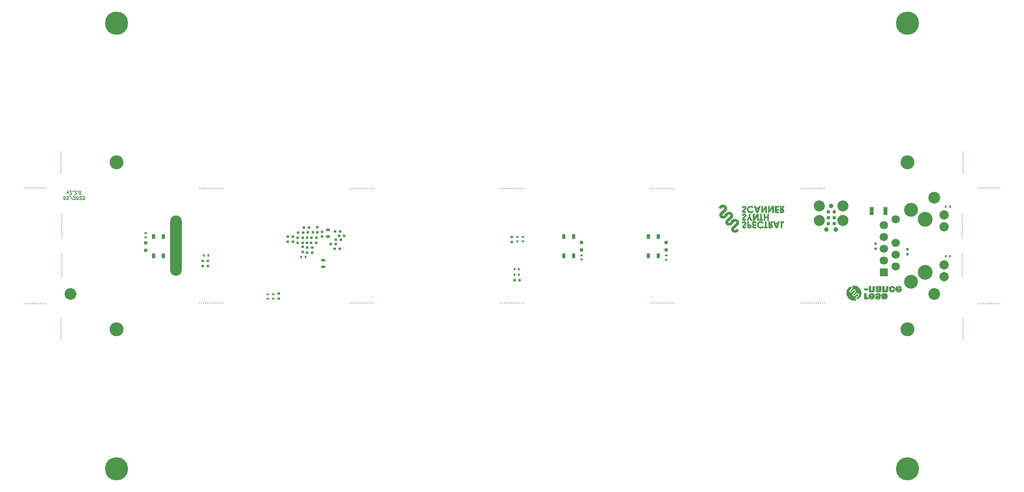
<source format=gbr>
%TF.GenerationSoftware,KiCad,Pcbnew,7.0.2-0*%
%TF.CreationDate,2023-05-18T01:22:18+02:00*%
%TF.ProjectId,panel,70616e65-6c2e-46b6-9963-61645f706362,2.2.0*%
%TF.SameCoordinates,PX2918ffdPY6cadc66*%
%TF.FileFunction,Soldermask,Bot*%
%TF.FilePolarity,Negative*%
%FSLAX46Y46*%
G04 Gerber Fmt 4.6, Leading zero omitted, Abs format (unit mm)*
G04 Created by KiCad (PCBNEW 7.0.2-0) date 2023-05-18 01:22:18*
%MOMM*%
%LPD*%
G01*
G04 APERTURE LIST*
%ADD10C,0.127000*%
%ADD11C,0.010000*%
%ADD12C,0.300000*%
%ADD13C,5.000000*%
%ADD14C,3.000000*%
%ADD15C,3.200000*%
%ADD16R,1.800000X1.800000*%
%ADD17C,1.800000*%
%ADD18C,2.000000*%
%ADD19O,2.500000X13.000000*%
%ADD20R,0.600000X0.400000*%
%ADD21R,0.600000X0.500000*%
%ADD22R,0.500000X0.600000*%
%ADD23R,0.900000X0.500000*%
%ADD24R,0.400000X0.600000*%
%ADD25C,1.000000*%
%ADD26C,2.540000*%
%ADD27R,0.800000X0.800000*%
%ADD28R,0.650000X1.050000*%
%ADD29R,0.900000X1.700000*%
%ADD30C,2.374900*%
%ADD31C,0.990600*%
%ADD32C,0.787400*%
G04 APERTURE END LIST*
D10*
X8769443Y30462824D02*
X8836109Y30462824D01*
X8836109Y30462824D02*
X8902776Y30496157D01*
X8902776Y30496157D02*
X8936109Y30529490D01*
X8936109Y30529490D02*
X8969443Y30596157D01*
X8969443Y30596157D02*
X9002776Y30729490D01*
X9002776Y30729490D02*
X9002776Y30896157D01*
X9002776Y30896157D02*
X8969443Y31029490D01*
X8969443Y31029490D02*
X8936109Y31096157D01*
X8936109Y31096157D02*
X8902776Y31129490D01*
X8902776Y31129490D02*
X8836109Y31162824D01*
X8836109Y31162824D02*
X8769443Y31162824D01*
X8769443Y31162824D02*
X8702776Y31129490D01*
X8702776Y31129490D02*
X8669443Y31096157D01*
X8669443Y31096157D02*
X8636109Y31029490D01*
X8636109Y31029490D02*
X8602776Y30896157D01*
X8602776Y30896157D02*
X8602776Y30729490D01*
X8602776Y30729490D02*
X8636109Y30596157D01*
X8636109Y30596157D02*
X8669443Y30529490D01*
X8669443Y30529490D02*
X8702776Y30496157D01*
X8702776Y30496157D02*
X8769443Y30462824D01*
X9636110Y30462824D02*
X9302776Y30462824D01*
X9302776Y30462824D02*
X9269443Y30796157D01*
X9269443Y30796157D02*
X9302776Y30762824D01*
X9302776Y30762824D02*
X9369443Y30729490D01*
X9369443Y30729490D02*
X9536110Y30729490D01*
X9536110Y30729490D02*
X9602776Y30762824D01*
X9602776Y30762824D02*
X9636110Y30796157D01*
X9636110Y30796157D02*
X9669443Y30862824D01*
X9669443Y30862824D02*
X9669443Y31029490D01*
X9669443Y31029490D02*
X9636110Y31096157D01*
X9636110Y31096157D02*
X9602776Y31129490D01*
X9602776Y31129490D02*
X9536110Y31162824D01*
X9536110Y31162824D02*
X9369443Y31162824D01*
X9369443Y31162824D02*
X9302776Y31129490D01*
X9302776Y31129490D02*
X9269443Y31096157D01*
X10469443Y30429490D02*
X9869443Y31329490D01*
X10669443Y30529490D02*
X10702776Y30496157D01*
X10702776Y30496157D02*
X10769443Y30462824D01*
X10769443Y30462824D02*
X10936110Y30462824D01*
X10936110Y30462824D02*
X11002776Y30496157D01*
X11002776Y30496157D02*
X11036110Y30529490D01*
X11036110Y30529490D02*
X11069443Y30596157D01*
X11069443Y30596157D02*
X11069443Y30662824D01*
X11069443Y30662824D02*
X11036110Y30762824D01*
X11036110Y30762824D02*
X10636110Y31162824D01*
X10636110Y31162824D02*
X11069443Y31162824D01*
X11502777Y30462824D02*
X11569443Y30462824D01*
X11569443Y30462824D02*
X11636110Y30496157D01*
X11636110Y30496157D02*
X11669443Y30529490D01*
X11669443Y30529490D02*
X11702777Y30596157D01*
X11702777Y30596157D02*
X11736110Y30729490D01*
X11736110Y30729490D02*
X11736110Y30896157D01*
X11736110Y30896157D02*
X11702777Y31029490D01*
X11702777Y31029490D02*
X11669443Y31096157D01*
X11669443Y31096157D02*
X11636110Y31129490D01*
X11636110Y31129490D02*
X11569443Y31162824D01*
X11569443Y31162824D02*
X11502777Y31162824D01*
X11502777Y31162824D02*
X11436110Y31129490D01*
X11436110Y31129490D02*
X11402777Y31096157D01*
X11402777Y31096157D02*
X11369443Y31029490D01*
X11369443Y31029490D02*
X11336110Y30896157D01*
X11336110Y30896157D02*
X11336110Y30729490D01*
X11336110Y30729490D02*
X11369443Y30596157D01*
X11369443Y30596157D02*
X11402777Y30529490D01*
X11402777Y30529490D02*
X11436110Y30496157D01*
X11436110Y30496157D02*
X11502777Y30462824D01*
X12002777Y30529490D02*
X12036110Y30496157D01*
X12036110Y30496157D02*
X12102777Y30462824D01*
X12102777Y30462824D02*
X12269444Y30462824D01*
X12269444Y30462824D02*
X12336110Y30496157D01*
X12336110Y30496157D02*
X12369444Y30529490D01*
X12369444Y30529490D02*
X12402777Y30596157D01*
X12402777Y30596157D02*
X12402777Y30662824D01*
X12402777Y30662824D02*
X12369444Y30762824D01*
X12369444Y30762824D02*
X11969444Y31162824D01*
X11969444Y31162824D02*
X12402777Y31162824D01*
X12636111Y30462824D02*
X13069444Y30462824D01*
X13069444Y30462824D02*
X12836111Y30729490D01*
X12836111Y30729490D02*
X12936111Y30729490D01*
X12936111Y30729490D02*
X13002777Y30762824D01*
X13002777Y30762824D02*
X13036111Y30796157D01*
X13036111Y30796157D02*
X13069444Y30862824D01*
X13069444Y30862824D02*
X13069444Y31029490D01*
X13069444Y31029490D02*
X13036111Y31096157D01*
X13036111Y31096157D02*
X13002777Y31129490D01*
X13002777Y31129490D02*
X12936111Y31162824D01*
X12936111Y31162824D02*
X12736111Y31162824D01*
X12736111Y31162824D02*
X12669444Y31129490D01*
X12669444Y31129490D02*
X12636111Y31096157D01*
X9336110Y31830157D02*
X9502776Y32296824D01*
X9502776Y32296824D02*
X9669443Y31830157D01*
X9902776Y31663490D02*
X9936109Y31630157D01*
X9936109Y31630157D02*
X10002776Y31596824D01*
X10002776Y31596824D02*
X10169443Y31596824D01*
X10169443Y31596824D02*
X10236109Y31630157D01*
X10236109Y31630157D02*
X10269443Y31663490D01*
X10269443Y31663490D02*
X10302776Y31730157D01*
X10302776Y31730157D02*
X10302776Y31796824D01*
X10302776Y31796824D02*
X10269443Y31896824D01*
X10269443Y31896824D02*
X9869443Y32296824D01*
X9869443Y32296824D02*
X10302776Y32296824D01*
X10602776Y32230157D02*
X10636110Y32263490D01*
X10636110Y32263490D02*
X10602776Y32296824D01*
X10602776Y32296824D02*
X10569443Y32263490D01*
X10569443Y32263490D02*
X10602776Y32230157D01*
X10602776Y32230157D02*
X10602776Y32296824D01*
X10902776Y31663490D02*
X10936109Y31630157D01*
X10936109Y31630157D02*
X11002776Y31596824D01*
X11002776Y31596824D02*
X11169443Y31596824D01*
X11169443Y31596824D02*
X11236109Y31630157D01*
X11236109Y31630157D02*
X11269443Y31663490D01*
X11269443Y31663490D02*
X11302776Y31730157D01*
X11302776Y31730157D02*
X11302776Y31796824D01*
X11302776Y31796824D02*
X11269443Y31896824D01*
X11269443Y31896824D02*
X10869443Y32296824D01*
X10869443Y32296824D02*
X11302776Y32296824D01*
X11602776Y32230157D02*
X11636110Y32263490D01*
X11636110Y32263490D02*
X11602776Y32296824D01*
X11602776Y32296824D02*
X11569443Y32263490D01*
X11569443Y32263490D02*
X11602776Y32230157D01*
X11602776Y32230157D02*
X11602776Y32296824D01*
X12069443Y31596824D02*
X12136109Y31596824D01*
X12136109Y31596824D02*
X12202776Y31630157D01*
X12202776Y31630157D02*
X12236109Y31663490D01*
X12236109Y31663490D02*
X12269443Y31730157D01*
X12269443Y31730157D02*
X12302776Y31863490D01*
X12302776Y31863490D02*
X12302776Y32030157D01*
X12302776Y32030157D02*
X12269443Y32163490D01*
X12269443Y32163490D02*
X12236109Y32230157D01*
X12236109Y32230157D02*
X12202776Y32263490D01*
X12202776Y32263490D02*
X12136109Y32296824D01*
X12136109Y32296824D02*
X12069443Y32296824D01*
X12069443Y32296824D02*
X12002776Y32263490D01*
X12002776Y32263490D02*
X11969443Y32230157D01*
X11969443Y32230157D02*
X11936109Y32163490D01*
X11936109Y32163490D02*
X11902776Y32030157D01*
X11902776Y32030157D02*
X11902776Y31863490D01*
X11902776Y31863490D02*
X11936109Y31730157D01*
X11936109Y31730157D02*
X11969443Y31663490D01*
X11969443Y31663490D02*
X12002776Y31630157D01*
X12002776Y31630157D02*
X12069443Y31596824D01*
%TO.C,G1*%
D11*
X181513930Y11005130D02*
X180764630Y11005130D01*
X180764630Y11360730D01*
X181513930Y11360730D01*
X181513930Y11005130D01*
G36*
X181513930Y11005130D02*
G01*
X180764630Y11005130D01*
X180764630Y11360730D01*
X181513930Y11360730D01*
X181513930Y11005130D01*
G37*
X181183730Y9944272D02*
X181183949Y9838361D01*
X181184974Y9748858D01*
X181187314Y9678454D01*
X181191477Y9623919D01*
X181197971Y9582029D01*
X181207305Y9549554D01*
X181219987Y9523268D01*
X181236525Y9499944D01*
X181257428Y9476353D01*
X181270654Y9463418D01*
X181334150Y9422316D01*
X181412096Y9398071D01*
X181500064Y9391638D01*
X181593628Y9403968D01*
X181641577Y9415101D01*
X181638078Y9222690D01*
X181634580Y9030280D01*
X181520280Y9031362D01*
X181517199Y9031393D01*
X181457661Y9033244D01*
X181414456Y9038392D01*
X181378943Y9048481D01*
X181342480Y9065153D01*
X181336149Y9068504D01*
X181276119Y9108620D01*
X181223089Y9157799D01*
X181185788Y9208080D01*
X181179755Y9216274D01*
X181174852Y9211667D01*
X181172289Y9187716D01*
X181171416Y9141405D01*
X181171030Y9049330D01*
X180764630Y9049330D01*
X180764630Y10281230D01*
X181183730Y10281230D01*
X181183730Y9944272D01*
G36*
X181183730Y9944272D02*
G01*
X181183949Y9838361D01*
X181184974Y9748858D01*
X181187314Y9678454D01*
X181191477Y9623919D01*
X181197971Y9582029D01*
X181207305Y9549554D01*
X181219987Y9523268D01*
X181236525Y9499944D01*
X181257428Y9476353D01*
X181270654Y9463418D01*
X181334150Y9422316D01*
X181412096Y9398071D01*
X181500064Y9391638D01*
X181593628Y9403968D01*
X181641577Y9415101D01*
X181638078Y9222690D01*
X181634580Y9030280D01*
X181520280Y9031362D01*
X181517199Y9031393D01*
X181457661Y9033244D01*
X181414456Y9038392D01*
X181378943Y9048481D01*
X181342480Y9065153D01*
X181336149Y9068504D01*
X181276119Y9108620D01*
X181223089Y9157799D01*
X181185788Y9208080D01*
X181179755Y9216274D01*
X181174852Y9211667D01*
X181172289Y9187716D01*
X181171416Y9141405D01*
X181171030Y9049330D01*
X180764630Y9049330D01*
X180764630Y10281230D01*
X181183730Y10281230D01*
X181183730Y9944272D01*
G37*
X185123627Y10316448D02*
X185211071Y10306645D01*
X185291592Y10283641D01*
X185380134Y10243697D01*
X185463753Y10192536D01*
X185532824Y10135283D01*
X185560320Y10105670D01*
X185627619Y10009429D01*
X185676235Y9900742D01*
X185705727Y9783612D01*
X185715653Y9662040D01*
X185705574Y9540028D01*
X185675049Y9421579D01*
X185623637Y9310694D01*
X185604720Y9282221D01*
X185553430Y9222236D01*
X185490188Y9163157D01*
X185422720Y9111855D01*
X185358752Y9075200D01*
X185264779Y9040300D01*
X185141659Y9015579D01*
X185018255Y9012557D01*
X184898054Y9030641D01*
X184784543Y9069238D01*
X184681208Y9127756D01*
X184591537Y9205603D01*
X184519919Y9294272D01*
X184467031Y9390329D01*
X184432775Y9496808D01*
X184414855Y9619081D01*
X184412650Y9679082D01*
X184424815Y9803253D01*
X184458507Y9919836D01*
X184511942Y10026267D01*
X184583339Y10119981D01*
X184670916Y10198414D01*
X184772891Y10259003D01*
X184887482Y10299181D01*
X184934433Y10308224D01*
X185027159Y10316876D01*
X185123627Y10316448D01*
G36*
X185123627Y10316448D02*
G01*
X185211071Y10306645D01*
X185291592Y10283641D01*
X185380134Y10243697D01*
X185463753Y10192536D01*
X185532824Y10135283D01*
X185560320Y10105670D01*
X185627619Y10009429D01*
X185676235Y9900742D01*
X185705727Y9783612D01*
X185715653Y9662040D01*
X185705574Y9540028D01*
X185675049Y9421579D01*
X185623637Y9310694D01*
X185604720Y9282221D01*
X185553430Y9222236D01*
X185490188Y9163157D01*
X185422720Y9111855D01*
X185358752Y9075200D01*
X185264779Y9040300D01*
X185141659Y9015579D01*
X185018255Y9012557D01*
X184898054Y9030641D01*
X184784543Y9069238D01*
X184681208Y9127756D01*
X184591537Y9205603D01*
X184519919Y9294272D01*
X184467031Y9390329D01*
X184432775Y9496808D01*
X184414855Y9619081D01*
X184412650Y9679082D01*
X184424815Y9803253D01*
X184458507Y9919836D01*
X184511942Y10026267D01*
X184583339Y10119981D01*
X184670916Y10198414D01*
X184772891Y10259003D01*
X184887482Y10299181D01*
X184934433Y10308224D01*
X185027159Y10316876D01*
X185123627Y10316448D01*
G37*
X182164278Y11446455D02*
X182165298Y11347677D01*
X182166511Y11258148D01*
X182167997Y11188271D01*
X182169969Y11135006D01*
X182172638Y11095314D01*
X182176214Y11066155D01*
X182180910Y11044490D01*
X182186935Y11027278D01*
X182194502Y11011480D01*
X182222072Y10971648D01*
X182271038Y10932137D01*
X182328505Y10909657D01*
X182389246Y10904458D01*
X182448034Y10916790D01*
X182499640Y10946902D01*
X182538838Y10995043D01*
X182542168Y11001615D01*
X182548021Y11017209D01*
X182552691Y11038013D01*
X182556355Y11066910D01*
X182559193Y11106786D01*
X182561379Y11160523D01*
X182563093Y11231008D01*
X182564511Y11321123D01*
X182565811Y11433755D01*
X182569943Y11830630D01*
X182975816Y11830630D01*
X182971500Y11344855D01*
X182971026Y11292436D01*
X182969674Y11166487D01*
X182967884Y11062349D01*
X182965222Y10977402D01*
X182961254Y10909022D01*
X182955545Y10854588D01*
X182947663Y10811479D01*
X182937171Y10777072D01*
X182923637Y10748746D01*
X182906627Y10723878D01*
X182885706Y10699847D01*
X182860440Y10674030D01*
X182828529Y10644958D01*
X182772915Y10608151D01*
X182709291Y10584081D01*
X182632224Y10570956D01*
X182536280Y10566980D01*
X182485485Y10567407D01*
X182438760Y10569983D01*
X182402306Y10576301D01*
X182367753Y10587938D01*
X182326730Y10606472D01*
X182282989Y10630159D01*
X182233764Y10662417D01*
X182196555Y10692809D01*
X182148930Y10739652D01*
X182148930Y10598730D01*
X181742530Y10598730D01*
X181742530Y11830630D01*
X182160576Y11830630D01*
X182164278Y11446455D01*
G36*
X182164278Y11446455D02*
G01*
X182165298Y11347677D01*
X182166511Y11258148D01*
X182167997Y11188271D01*
X182169969Y11135006D01*
X182172638Y11095314D01*
X182176214Y11066155D01*
X182180910Y11044490D01*
X182186935Y11027278D01*
X182194502Y11011480D01*
X182222072Y10971648D01*
X182271038Y10932137D01*
X182328505Y10909657D01*
X182389246Y10904458D01*
X182448034Y10916790D01*
X182499640Y10946902D01*
X182538838Y10995043D01*
X182542168Y11001615D01*
X182548021Y11017209D01*
X182552691Y11038013D01*
X182556355Y11066910D01*
X182559193Y11106786D01*
X182561379Y11160523D01*
X182563093Y11231008D01*
X182564511Y11321123D01*
X182565811Y11433755D01*
X182569943Y11830630D01*
X182975816Y11830630D01*
X182971500Y11344855D01*
X182971026Y11292436D01*
X182969674Y11166487D01*
X182967884Y11062349D01*
X182965222Y10977402D01*
X182961254Y10909022D01*
X182955545Y10854588D01*
X182947663Y10811479D01*
X182937171Y10777072D01*
X182923637Y10748746D01*
X182906627Y10723878D01*
X182885706Y10699847D01*
X182860440Y10674030D01*
X182828529Y10644958D01*
X182772915Y10608151D01*
X182709291Y10584081D01*
X182632224Y10570956D01*
X182536280Y10566980D01*
X182485485Y10567407D01*
X182438760Y10569983D01*
X182402306Y10576301D01*
X182367753Y10587938D01*
X182326730Y10606472D01*
X182282989Y10630159D01*
X182233764Y10662417D01*
X182196555Y10692809D01*
X182148930Y10739652D01*
X182148930Y10598730D01*
X181742530Y10598730D01*
X181742530Y11830630D01*
X182160576Y11830630D01*
X182164278Y11446455D01*
G37*
X185044530Y11477335D02*
X185044533Y11463469D01*
X185044997Y11345257D01*
X185046558Y11249250D01*
X185049671Y11172565D01*
X185054788Y11112319D01*
X185062361Y11065628D01*
X185072843Y11029608D01*
X185086687Y11001376D01*
X185104346Y10978048D01*
X185126273Y10956741D01*
X185136340Y10948501D01*
X185174678Y10924005D01*
X185209857Y10909829D01*
X185240441Y10905778D01*
X185296660Y10908577D01*
X185348933Y10921954D01*
X185386970Y10943928D01*
X185396459Y10953066D01*
X185411790Y10970532D01*
X185423949Y10990583D01*
X185433300Y11016071D01*
X185440210Y11049848D01*
X185445044Y11094765D01*
X185448167Y11153674D01*
X185449945Y11229427D01*
X185450744Y11324876D01*
X185450930Y11442872D01*
X185450930Y11830630D01*
X185872161Y11830630D01*
X185867361Y11357555D01*
X185867010Y11323177D01*
X185865748Y11206993D01*
X185864477Y11112674D01*
X185863021Y11037421D01*
X185861204Y10978435D01*
X185858849Y10932915D01*
X185855779Y10898061D01*
X185851818Y10871074D01*
X185846791Y10849153D01*
X185840520Y10829498D01*
X185832830Y10809311D01*
X185826250Y10793626D01*
X185777808Y10711421D01*
X185713668Y10644521D01*
X185637963Y10597416D01*
X185624817Y10591760D01*
X185589752Y10579602D01*
X185552005Y10572290D01*
X185504017Y10568700D01*
X185438230Y10567708D01*
X185391374Y10568562D01*
X185301837Y10577619D01*
X185226997Y10598303D01*
X185160487Y10632761D01*
X185095944Y10683139D01*
X185031830Y10740783D01*
X185031830Y10598730D01*
X184638130Y10598730D01*
X184638130Y11830630D01*
X185044530Y11830630D01*
X185044530Y11477335D01*
G36*
X185044530Y11477335D02*
G01*
X185044533Y11463469D01*
X185044997Y11345257D01*
X185046558Y11249250D01*
X185049671Y11172565D01*
X185054788Y11112319D01*
X185062361Y11065628D01*
X185072843Y11029608D01*
X185086687Y11001376D01*
X185104346Y10978048D01*
X185126273Y10956741D01*
X185136340Y10948501D01*
X185174678Y10924005D01*
X185209857Y10909829D01*
X185240441Y10905778D01*
X185296660Y10908577D01*
X185348933Y10921954D01*
X185386970Y10943928D01*
X185396459Y10953066D01*
X185411790Y10970532D01*
X185423949Y10990583D01*
X185433300Y11016071D01*
X185440210Y11049848D01*
X185445044Y11094765D01*
X185448167Y11153674D01*
X185449945Y11229427D01*
X185450744Y11324876D01*
X185450930Y11442872D01*
X185450930Y11830630D01*
X185872161Y11830630D01*
X185867361Y11357555D01*
X185867010Y11323177D01*
X185865748Y11206993D01*
X185864477Y11112674D01*
X185863021Y11037421D01*
X185861204Y10978435D01*
X185858849Y10932915D01*
X185855779Y10898061D01*
X185851818Y10871074D01*
X185846791Y10849153D01*
X185840520Y10829498D01*
X185832830Y10809311D01*
X185826250Y10793626D01*
X185777808Y10711421D01*
X185713668Y10644521D01*
X185637963Y10597416D01*
X185624817Y10591760D01*
X185589752Y10579602D01*
X185552005Y10572290D01*
X185504017Y10568700D01*
X185438230Y10567708D01*
X185391374Y10568562D01*
X185301837Y10577619D01*
X185226997Y10598303D01*
X185160487Y10632761D01*
X185095944Y10683139D01*
X185031830Y10740783D01*
X185031830Y10598730D01*
X184638130Y10598730D01*
X184638130Y11830630D01*
X185044530Y11830630D01*
X185044530Y11477335D01*
G37*
X186868093Y11851079D02*
X186983099Y11816307D01*
X187085802Y11763874D01*
X187172372Y11694757D01*
X187175197Y11691898D01*
X187225194Y11629317D01*
X187270086Y11552491D01*
X187304845Y11471308D01*
X187324446Y11395655D01*
X187333414Y11335330D01*
X187128772Y11335330D01*
X187057783Y11335403D01*
X187001718Y11335962D01*
X186964032Y11337518D01*
X186941065Y11340580D01*
X186929163Y11345658D01*
X186924667Y11353263D01*
X186923921Y11363905D01*
X186918482Y11395574D01*
X186894443Y11444599D01*
X186856332Y11489874D01*
X186809777Y11523529D01*
X186749854Y11544481D01*
X186681446Y11545997D01*
X186616816Y11524904D01*
X186559852Y11482558D01*
X186514437Y11420319D01*
X186513630Y11418801D01*
X186501459Y11392704D01*
X186493439Y11365250D01*
X186488741Y11330434D01*
X186486531Y11282246D01*
X186485980Y11214680D01*
X186486019Y11189707D01*
X186486874Y11130483D01*
X186489551Y11088532D01*
X186494971Y11057784D01*
X186504057Y11032171D01*
X186517730Y11005621D01*
X186524693Y10993898D01*
X186572169Y10938014D01*
X186629971Y10900531D01*
X186693513Y10882178D01*
X186758206Y10883686D01*
X186819462Y10905782D01*
X186872695Y10949197D01*
X186882728Y10961696D01*
X186903259Y10996140D01*
X186911430Y11024621D01*
X186911430Y11055930D01*
X187321282Y11055930D01*
X187313155Y10996634D01*
X187305689Y10958425D01*
X187272787Y10869708D01*
X187221612Y10785089D01*
X187156703Y10711293D01*
X187082595Y10655041D01*
X187016700Y10622458D01*
X186909450Y10587313D01*
X186793450Y10566437D01*
X186676676Y10561107D01*
X186567103Y10572597D01*
X186566614Y10572693D01*
X186463324Y10603228D01*
X186364877Y10651331D01*
X186276358Y10713435D01*
X186202854Y10785978D01*
X186149448Y10865392D01*
X186142371Y10879669D01*
X186097347Y10996956D01*
X186069817Y11122162D01*
X186060932Y11247856D01*
X186071842Y11366610D01*
X186076546Y11389133D01*
X186114245Y11500505D01*
X186172403Y11602400D01*
X186248013Y11691752D01*
X186338066Y11765492D01*
X186439558Y11820553D01*
X186549480Y11853867D01*
X186616494Y11863725D01*
X186744615Y11867211D01*
X186868093Y11851079D01*
G36*
X186868093Y11851079D02*
G01*
X186983099Y11816307D01*
X187085802Y11763874D01*
X187172372Y11694757D01*
X187175197Y11691898D01*
X187225194Y11629317D01*
X187270086Y11552491D01*
X187304845Y11471308D01*
X187324446Y11395655D01*
X187333414Y11335330D01*
X187128772Y11335330D01*
X187057783Y11335403D01*
X187001718Y11335962D01*
X186964032Y11337518D01*
X186941065Y11340580D01*
X186929163Y11345658D01*
X186924667Y11353263D01*
X186923921Y11363905D01*
X186918482Y11395574D01*
X186894443Y11444599D01*
X186856332Y11489874D01*
X186809777Y11523529D01*
X186749854Y11544481D01*
X186681446Y11545997D01*
X186616816Y11524904D01*
X186559852Y11482558D01*
X186514437Y11420319D01*
X186513630Y11418801D01*
X186501459Y11392704D01*
X186493439Y11365250D01*
X186488741Y11330434D01*
X186486531Y11282246D01*
X186485980Y11214680D01*
X186486019Y11189707D01*
X186486874Y11130483D01*
X186489551Y11088532D01*
X186494971Y11057784D01*
X186504057Y11032171D01*
X186517730Y11005621D01*
X186524693Y10993898D01*
X186572169Y10938014D01*
X186629971Y10900531D01*
X186693513Y10882178D01*
X186758206Y10883686D01*
X186819462Y10905782D01*
X186872695Y10949197D01*
X186882728Y10961696D01*
X186903259Y10996140D01*
X186911430Y11024621D01*
X186911430Y11055930D01*
X187321282Y11055930D01*
X187313155Y10996634D01*
X187305689Y10958425D01*
X187272787Y10869708D01*
X187221612Y10785089D01*
X187156703Y10711293D01*
X187082595Y10655041D01*
X187016700Y10622458D01*
X186909450Y10587313D01*
X186793450Y10566437D01*
X186676676Y10561107D01*
X186567103Y10572597D01*
X186566614Y10572693D01*
X186463324Y10603228D01*
X186364877Y10651331D01*
X186276358Y10713435D01*
X186202854Y10785978D01*
X186149448Y10865392D01*
X186142371Y10879669D01*
X186097347Y10996956D01*
X186069817Y11122162D01*
X186060932Y11247856D01*
X186071842Y11366610D01*
X186076546Y11389133D01*
X186114245Y11500505D01*
X186172403Y11602400D01*
X186248013Y11691752D01*
X186338066Y11765492D01*
X186439558Y11820553D01*
X186549480Y11853867D01*
X186616494Y11863725D01*
X186744615Y11867211D01*
X186868093Y11851079D01*
G37*
X188291456Y11852673D02*
X188404220Y11824699D01*
X188502033Y11783282D01*
X188507115Y11780474D01*
X188591192Y11720527D01*
X188663279Y11643989D01*
X188716742Y11557829D01*
X188734318Y11518668D01*
X188747769Y11484517D01*
X188752919Y11465505D01*
X188748182Y11459872D01*
X188729159Y11455055D01*
X188692988Y11451892D01*
X188636925Y11450158D01*
X188558226Y11449630D01*
X188363522Y11449630D01*
X188346297Y11481814D01*
X188344046Y11485669D01*
X188319227Y11514557D01*
X188286233Y11540474D01*
X188266661Y11551530D01*
X188193161Y11577100D01*
X188118419Y11581418D01*
X188046917Y11565927D01*
X187983137Y11532072D01*
X187931563Y11481295D01*
X187896677Y11415040D01*
X187890390Y11395739D01*
X187880521Y11360746D01*
X187876630Y11339417D01*
X187876695Y11338778D01*
X187882101Y11334333D01*
X187897724Y11330744D01*
X187925734Y11327928D01*
X187968298Y11325805D01*
X188027586Y11324295D01*
X188105767Y11323316D01*
X188205008Y11322788D01*
X188327480Y11322630D01*
X188778330Y11322630D01*
X188777886Y11255955D01*
X188774924Y11197199D01*
X188759509Y11092351D01*
X188733220Y10989168D01*
X188698620Y10899188D01*
X188694978Y10891663D01*
X188630439Y10786841D01*
X188549855Y10701372D01*
X188454236Y10635809D01*
X188344591Y10590705D01*
X188221929Y10566614D01*
X188087259Y10564088D01*
X188071075Y10565216D01*
X187938389Y10587148D01*
X187818795Y10630381D01*
X187713420Y10694087D01*
X187623387Y10777443D01*
X187549822Y10879620D01*
X187493848Y10999794D01*
X187486254Y11023836D01*
X187475307Y11081330D01*
X187874918Y11081330D01*
X187883733Y11052755D01*
X187891963Y11028403D01*
X187931215Y10950872D01*
X187983626Y10894808D01*
X188048870Y10860484D01*
X188126623Y10848173D01*
X188166110Y10849694D01*
X188205451Y10860326D01*
X188246472Y10884896D01*
X188272674Y10906128D01*
X188322765Y10969109D01*
X188353507Y11046405D01*
X188361983Y11081330D01*
X187874918Y11081330D01*
X187475307Y11081330D01*
X187471385Y11101930D01*
X187464813Y11192195D01*
X187466523Y11285991D01*
X187476497Y11374682D01*
X187494719Y11449630D01*
X187500367Y11465475D01*
X187554879Y11578100D01*
X187628182Y11674228D01*
X187718726Y11752485D01*
X187824964Y11811495D01*
X187945348Y11849884D01*
X188049510Y11864894D01*
X188170850Y11866355D01*
X188291456Y11852673D01*
G36*
X188291456Y11852673D02*
G01*
X188404220Y11824699D01*
X188502033Y11783282D01*
X188507115Y11780474D01*
X188591192Y11720527D01*
X188663279Y11643989D01*
X188716742Y11557829D01*
X188734318Y11518668D01*
X188747769Y11484517D01*
X188752919Y11465505D01*
X188748182Y11459872D01*
X188729159Y11455055D01*
X188692988Y11451892D01*
X188636925Y11450158D01*
X188558226Y11449630D01*
X188363522Y11449630D01*
X188346297Y11481814D01*
X188344046Y11485669D01*
X188319227Y11514557D01*
X188286233Y11540474D01*
X188266661Y11551530D01*
X188193161Y11577100D01*
X188118419Y11581418D01*
X188046917Y11565927D01*
X187983137Y11532072D01*
X187931563Y11481295D01*
X187896677Y11415040D01*
X187890390Y11395739D01*
X187880521Y11360746D01*
X187876630Y11339417D01*
X187876695Y11338778D01*
X187882101Y11334333D01*
X187897724Y11330744D01*
X187925734Y11327928D01*
X187968298Y11325805D01*
X188027586Y11324295D01*
X188105767Y11323316D01*
X188205008Y11322788D01*
X188327480Y11322630D01*
X188778330Y11322630D01*
X188777886Y11255955D01*
X188774924Y11197199D01*
X188759509Y11092351D01*
X188733220Y10989168D01*
X188698620Y10899188D01*
X188694978Y10891663D01*
X188630439Y10786841D01*
X188549855Y10701372D01*
X188454236Y10635809D01*
X188344591Y10590705D01*
X188221929Y10566614D01*
X188087259Y10564088D01*
X188071075Y10565216D01*
X187938389Y10587148D01*
X187818795Y10630381D01*
X187713420Y10694087D01*
X187623387Y10777443D01*
X187549822Y10879620D01*
X187493848Y10999794D01*
X187486254Y11023836D01*
X187475307Y11081330D01*
X187874918Y11081330D01*
X187883733Y11052755D01*
X187891963Y11028403D01*
X187931215Y10950872D01*
X187983626Y10894808D01*
X188048870Y10860484D01*
X188126623Y10848173D01*
X188166110Y10849694D01*
X188205451Y10860326D01*
X188246472Y10884896D01*
X188272674Y10906128D01*
X188322765Y10969109D01*
X188353507Y11046405D01*
X188361983Y11081330D01*
X187874918Y11081330D01*
X187475307Y11081330D01*
X187471385Y11101930D01*
X187464813Y11192195D01*
X187466523Y11285991D01*
X187476497Y11374682D01*
X187494719Y11449630D01*
X187500367Y11465475D01*
X187554879Y11578100D01*
X187628182Y11674228D01*
X187718726Y11752485D01*
X187824964Y11811495D01*
X187945348Y11849884D01*
X188049510Y11864894D01*
X188170850Y11866355D01*
X188291456Y11852673D01*
G37*
X182510947Y10300205D02*
X182627113Y10264835D01*
X182730725Y10212870D01*
X182817713Y10145244D01*
X182832659Y10129166D01*
X182864084Y10087886D01*
X182895353Y10039098D01*
X182922545Y9989644D01*
X182941741Y9946366D01*
X182949019Y9916105D01*
X182944427Y9910535D01*
X182925599Y9905696D01*
X182889646Y9902529D01*
X182833815Y9900808D01*
X182755355Y9900310D01*
X182561680Y9900390D01*
X182540499Y9937619D01*
X182517697Y9966198D01*
X182468983Y9999620D01*
X182407760Y10022363D01*
X182340874Y10032873D01*
X182275169Y10029596D01*
X182217490Y10010977D01*
X182207310Y10005246D01*
X182156225Y9963604D01*
X182113410Y9908535D01*
X182083918Y9847786D01*
X182072800Y9789105D01*
X182075634Y9785782D01*
X182089499Y9782028D01*
X182116732Y9779046D01*
X182159336Y9776764D01*
X182219318Y9775111D01*
X182298683Y9774019D01*
X182399435Y9773415D01*
X182523580Y9773230D01*
X182974430Y9773230D01*
X182973986Y9706555D01*
X182973985Y9706368D01*
X182971353Y9659357D01*
X182964920Y9600288D01*
X182956073Y9541904D01*
X182943612Y9484108D01*
X182901255Y9362750D01*
X182840426Y9256968D01*
X182762267Y9168183D01*
X182667919Y9097812D01*
X182558522Y9047276D01*
X182555342Y9046197D01*
X182472185Y9026641D01*
X182375708Y9017015D01*
X182275087Y9017311D01*
X182179502Y9027522D01*
X182098130Y9047641D01*
X182014303Y9082791D01*
X181905348Y9149865D01*
X181814466Y9234548D01*
X181742258Y9336243D01*
X181689325Y9454351D01*
X181671854Y9524031D01*
X181670955Y9531930D01*
X182071018Y9531930D01*
X182079853Y9503355D01*
X182095771Y9461141D01*
X182137435Y9392491D01*
X182190848Y9341394D01*
X182252621Y9309313D01*
X182319367Y9297709D01*
X182387699Y9308046D01*
X182454228Y9341784D01*
X182473487Y9359990D01*
X182501567Y9397237D01*
X182527894Y9441439D01*
X182547447Y9483933D01*
X182555205Y9516055D01*
X182553707Y9519221D01*
X182540974Y9524245D01*
X182513122Y9527860D01*
X182467583Y9530233D01*
X182401789Y9531533D01*
X182313174Y9531930D01*
X182071018Y9531930D01*
X181670955Y9531930D01*
X181661022Y9619206D01*
X181660564Y9719957D01*
X181670452Y9816794D01*
X181690657Y9900230D01*
X181695939Y9915022D01*
X181750563Y10028454D01*
X181823669Y10124864D01*
X181913952Y10203092D01*
X182020106Y10261976D01*
X182140826Y10300358D01*
X182257233Y10317431D01*
X182386297Y10318048D01*
X182510947Y10300205D01*
G36*
X182510947Y10300205D02*
G01*
X182627113Y10264835D01*
X182730725Y10212870D01*
X182817713Y10145244D01*
X182832659Y10129166D01*
X182864084Y10087886D01*
X182895353Y10039098D01*
X182922545Y9989644D01*
X182941741Y9946366D01*
X182949019Y9916105D01*
X182944427Y9910535D01*
X182925599Y9905696D01*
X182889646Y9902529D01*
X182833815Y9900808D01*
X182755355Y9900310D01*
X182561680Y9900390D01*
X182540499Y9937619D01*
X182517697Y9966198D01*
X182468983Y9999620D01*
X182407760Y10022363D01*
X182340874Y10032873D01*
X182275169Y10029596D01*
X182217490Y10010977D01*
X182207310Y10005246D01*
X182156225Y9963604D01*
X182113410Y9908535D01*
X182083918Y9847786D01*
X182072800Y9789105D01*
X182075634Y9785782D01*
X182089499Y9782028D01*
X182116732Y9779046D01*
X182159336Y9776764D01*
X182219318Y9775111D01*
X182298683Y9774019D01*
X182399435Y9773415D01*
X182523580Y9773230D01*
X182974430Y9773230D01*
X182973986Y9706555D01*
X182973985Y9706368D01*
X182971353Y9659357D01*
X182964920Y9600288D01*
X182956073Y9541904D01*
X182943612Y9484108D01*
X182901255Y9362750D01*
X182840426Y9256968D01*
X182762267Y9168183D01*
X182667919Y9097812D01*
X182558522Y9047276D01*
X182555342Y9046197D01*
X182472185Y9026641D01*
X182375708Y9017015D01*
X182275087Y9017311D01*
X182179502Y9027522D01*
X182098130Y9047641D01*
X182014303Y9082791D01*
X181905348Y9149865D01*
X181814466Y9234548D01*
X181742258Y9336243D01*
X181689325Y9454351D01*
X181671854Y9524031D01*
X181670955Y9531930D01*
X182071018Y9531930D01*
X182079853Y9503355D01*
X182095771Y9461141D01*
X182137435Y9392491D01*
X182190848Y9341394D01*
X182252621Y9309313D01*
X182319367Y9297709D01*
X182387699Y9308046D01*
X182454228Y9341784D01*
X182473487Y9359990D01*
X182501567Y9397237D01*
X182527894Y9441439D01*
X182547447Y9483933D01*
X182555205Y9516055D01*
X182553707Y9519221D01*
X182540974Y9524245D01*
X182513122Y9527860D01*
X182467583Y9530233D01*
X182401789Y9531533D01*
X182313174Y9531930D01*
X182071018Y9531930D01*
X181670955Y9531930D01*
X181661022Y9619206D01*
X181660564Y9719957D01*
X181670452Y9816794D01*
X181690657Y9900230D01*
X181695939Y9915022D01*
X181750563Y10028454D01*
X181823669Y10124864D01*
X181913952Y10203092D01*
X182020106Y10261976D01*
X182140826Y10300358D01*
X182257233Y10317431D01*
X182386297Y10318048D01*
X182510947Y10300205D01*
G37*
X183756519Y10311906D02*
X183837698Y10305221D01*
X183908718Y10295586D01*
X183962005Y10283393D01*
X184021755Y10261735D01*
X184116945Y10212050D01*
X184190125Y10150159D01*
X184241789Y10075448D01*
X184272426Y9987308D01*
X184282530Y9885129D01*
X184281384Y9851112D01*
X184265697Y9768164D01*
X184229957Y9697381D01*
X184172050Y9633956D01*
X184162526Y9625773D01*
X184130632Y9601892D01*
X184095196Y9582047D01*
X184051900Y9564693D01*
X183996427Y9548285D01*
X183924460Y9531276D01*
X183831680Y9512122D01*
X183827018Y9511192D01*
X183759957Y9496785D01*
X183697518Y9481628D01*
X183646493Y9467466D01*
X183613676Y9456048D01*
X183583594Y9440259D01*
X183546097Y9408894D01*
X183528224Y9375099D01*
X183532618Y9342572D01*
X183542453Y9327516D01*
X183571107Y9304809D01*
X183614743Y9292316D01*
X183678126Y9288259D01*
X183724161Y9290152D01*
X183784871Y9303594D01*
X183826862Y9330859D01*
X183852415Y9373058D01*
X183868532Y9417630D01*
X184244430Y9417630D01*
X184244430Y9388185D01*
X184244220Y9378443D01*
X184229329Y9302228D01*
X184193614Y9227690D01*
X184140849Y9159820D01*
X184074810Y9103611D01*
X183999273Y9064053D01*
X183899309Y9034879D01*
X183763789Y9015863D01*
X183615780Y9015239D01*
X183531277Y9023235D01*
X183409649Y9048501D01*
X183306410Y9088686D01*
X183222583Y9143351D01*
X183159188Y9212055D01*
X183143067Y9236947D01*
X183128429Y9269336D01*
X183120357Y9307833D01*
X183116083Y9362074D01*
X183116603Y9446157D01*
X183128848Y9518148D01*
X183154819Y9578715D01*
X183196461Y9629664D01*
X183255719Y9672804D01*
X183334537Y9709941D01*
X183434859Y9742882D01*
X183558630Y9773437D01*
X183612933Y9785700D01*
X183700547Y9807510D01*
X183766780Y9827468D01*
X183814147Y9846500D01*
X183845164Y9865535D01*
X183862343Y9885500D01*
X183874549Y9918851D01*
X183869426Y9950174D01*
X183844557Y9986603D01*
X183834675Y9997218D01*
X183786300Y10029187D01*
X183728425Y10044594D01*
X183666541Y10044574D01*
X183606143Y10030265D01*
X183552722Y10002803D01*
X183511773Y9963326D01*
X183488789Y9912971D01*
X183480411Y9874830D01*
X183088730Y9874830D01*
X183088730Y9904274D01*
X183089788Y9917529D01*
X183096602Y9954655D01*
X183107644Y9997412D01*
X183146422Y10088118D01*
X183206176Y10166069D01*
X183285972Y10228646D01*
X183385593Y10275680D01*
X183504825Y10307005D01*
X183527770Y10310350D01*
X183593981Y10314862D01*
X183672755Y10315250D01*
X183756519Y10311906D01*
G36*
X183756519Y10311906D02*
G01*
X183837698Y10305221D01*
X183908718Y10295586D01*
X183962005Y10283393D01*
X184021755Y10261735D01*
X184116945Y10212050D01*
X184190125Y10150159D01*
X184241789Y10075448D01*
X184272426Y9987308D01*
X184282530Y9885129D01*
X184281384Y9851112D01*
X184265697Y9768164D01*
X184229957Y9697381D01*
X184172050Y9633956D01*
X184162526Y9625773D01*
X184130632Y9601892D01*
X184095196Y9582047D01*
X184051900Y9564693D01*
X183996427Y9548285D01*
X183924460Y9531276D01*
X183831680Y9512122D01*
X183827018Y9511192D01*
X183759957Y9496785D01*
X183697518Y9481628D01*
X183646493Y9467466D01*
X183613676Y9456048D01*
X183583594Y9440259D01*
X183546097Y9408894D01*
X183528224Y9375099D01*
X183532618Y9342572D01*
X183542453Y9327516D01*
X183571107Y9304809D01*
X183614743Y9292316D01*
X183678126Y9288259D01*
X183724161Y9290152D01*
X183784871Y9303594D01*
X183826862Y9330859D01*
X183852415Y9373058D01*
X183868532Y9417630D01*
X184244430Y9417630D01*
X184244430Y9388185D01*
X184244220Y9378443D01*
X184229329Y9302228D01*
X184193614Y9227690D01*
X184140849Y9159820D01*
X184074810Y9103611D01*
X183999273Y9064053D01*
X183899309Y9034879D01*
X183763789Y9015863D01*
X183615780Y9015239D01*
X183531277Y9023235D01*
X183409649Y9048501D01*
X183306410Y9088686D01*
X183222583Y9143351D01*
X183159188Y9212055D01*
X183143067Y9236947D01*
X183128429Y9269336D01*
X183120357Y9307833D01*
X183116083Y9362074D01*
X183116603Y9446157D01*
X183128848Y9518148D01*
X183154819Y9578715D01*
X183196461Y9629664D01*
X183255719Y9672804D01*
X183334537Y9709941D01*
X183434859Y9742882D01*
X183558630Y9773437D01*
X183612933Y9785700D01*
X183700547Y9807510D01*
X183766780Y9827468D01*
X183814147Y9846500D01*
X183845164Y9865535D01*
X183862343Y9885500D01*
X183874549Y9918851D01*
X183869426Y9950174D01*
X183844557Y9986603D01*
X183834675Y9997218D01*
X183786300Y10029187D01*
X183728425Y10044594D01*
X183666541Y10044574D01*
X183606143Y10030265D01*
X183552722Y10002803D01*
X183511773Y9963326D01*
X183488789Y9912971D01*
X183480411Y9874830D01*
X183088730Y9874830D01*
X183088730Y9904274D01*
X183089788Y9917529D01*
X183096602Y9954655D01*
X183107644Y9997412D01*
X183146422Y10088118D01*
X183206176Y10166069D01*
X183285972Y10228646D01*
X183385593Y10275680D01*
X183504825Y10307005D01*
X183527770Y10310350D01*
X183593981Y10314862D01*
X183672755Y10315250D01*
X183756519Y10311906D01*
G37*
X183717142Y11855585D02*
X183811880Y11832145D01*
X183895034Y11797247D01*
X183960568Y11751991D01*
X183987857Y11727019D01*
X183996610Y11778824D01*
X184005362Y11830630D01*
X184213796Y11830630D01*
X184256056Y11830416D01*
X184323557Y11829014D01*
X184376064Y11826472D01*
X184410110Y11822987D01*
X184422230Y11818756D01*
X184417836Y11800260D01*
X184406843Y11771131D01*
X184406773Y11770967D01*
X184401800Y11748009D01*
X184397390Y11703657D01*
X184393504Y11637110D01*
X184390105Y11547568D01*
X184387155Y11434230D01*
X184384618Y11296296D01*
X184377780Y10857212D01*
X184339548Y10782491D01*
X184313403Y10738566D01*
X184260105Y10678427D01*
X184191870Y10631950D01*
X184106557Y10598126D01*
X184002024Y10575949D01*
X183876130Y10564409D01*
X183809691Y10562633D01*
X183668366Y10569767D01*
X183545237Y10592385D01*
X183440834Y10630191D01*
X183355687Y10682894D01*
X183290326Y10750198D01*
X183245280Y10831812D01*
X183221078Y10927440D01*
X183212457Y10992430D01*
X183410943Y10992430D01*
X183481105Y10992199D01*
X183536802Y10991195D01*
X183573920Y10989054D01*
X183596022Y10985411D01*
X183606671Y10979902D01*
X183609430Y10972164D01*
X183610142Y10963828D01*
X183624761Y10926512D01*
X183653301Y10888465D01*
X183689207Y10858987D01*
X183724055Y10844390D01*
X183781014Y10836251D01*
X183841518Y10840959D01*
X183898583Y10857074D01*
X183945227Y10883157D01*
X183974464Y10917769D01*
X183976098Y10921463D01*
X183982064Y10965360D01*
X183968523Y11008699D01*
X183938543Y11040961D01*
X183936492Y11042071D01*
X183910889Y11050341D01*
X183866651Y11060453D01*
X183809407Y11071230D01*
X183744787Y11081493D01*
X183695176Y11088769D01*
X183608119Y11102332D01*
X183539562Y11114588D01*
X183484950Y11126606D01*
X183439729Y11139453D01*
X183399346Y11154197D01*
X183359247Y11171906D01*
X183330756Y11186688D01*
X183258302Y11241326D01*
X183206445Y11310776D01*
X183175322Y11394812D01*
X183165448Y11489549D01*
X183585157Y11489549D01*
X183588223Y11439765D01*
X183609590Y11395159D01*
X183611170Y11393213D01*
X183640592Y11368882D01*
X183687516Y11346691D01*
X183754570Y11325629D01*
X183844380Y11304682D01*
X183844859Y11304582D01*
X183892715Y11294048D01*
X183933003Y11284165D01*
X183957048Y11277060D01*
X183960631Y11275755D01*
X183971479Y11274768D01*
X183976835Y11284503D01*
X183977855Y11309827D01*
X183975693Y11355603D01*
X183974443Y11372641D01*
X183957962Y11459245D01*
X183925642Y11526087D01*
X183877426Y11573287D01*
X183848476Y11589079D01*
X183809804Y11598925D01*
X183756776Y11601224D01*
X183721433Y11599847D01*
X183679302Y11595524D01*
X183652063Y11589436D01*
X183627320Y11574423D01*
X183598740Y11536954D01*
X183585157Y11489549D01*
X183165448Y11489549D01*
X183165067Y11493210D01*
X183165239Y11505363D01*
X183178770Y11603911D01*
X183213185Y11688829D01*
X183267474Y11758773D01*
X183340625Y11812395D01*
X183431630Y11848351D01*
X183517044Y11863694D01*
X183616852Y11866468D01*
X183717142Y11855585D01*
G36*
X183717142Y11855585D02*
G01*
X183811880Y11832145D01*
X183895034Y11797247D01*
X183960568Y11751991D01*
X183987857Y11727019D01*
X183996610Y11778824D01*
X184005362Y11830630D01*
X184213796Y11830630D01*
X184256056Y11830416D01*
X184323557Y11829014D01*
X184376064Y11826472D01*
X184410110Y11822987D01*
X184422230Y11818756D01*
X184417836Y11800260D01*
X184406843Y11771131D01*
X184406773Y11770967D01*
X184401800Y11748009D01*
X184397390Y11703657D01*
X184393504Y11637110D01*
X184390105Y11547568D01*
X184387155Y11434230D01*
X184384618Y11296296D01*
X184377780Y10857212D01*
X184339548Y10782491D01*
X184313403Y10738566D01*
X184260105Y10678427D01*
X184191870Y10631950D01*
X184106557Y10598126D01*
X184002024Y10575949D01*
X183876130Y10564409D01*
X183809691Y10562633D01*
X183668366Y10569767D01*
X183545237Y10592385D01*
X183440834Y10630191D01*
X183355687Y10682894D01*
X183290326Y10750198D01*
X183245280Y10831812D01*
X183221078Y10927440D01*
X183212457Y10992430D01*
X183410943Y10992430D01*
X183481105Y10992199D01*
X183536802Y10991195D01*
X183573920Y10989054D01*
X183596022Y10985411D01*
X183606671Y10979902D01*
X183609430Y10972164D01*
X183610142Y10963828D01*
X183624761Y10926512D01*
X183653301Y10888465D01*
X183689207Y10858987D01*
X183724055Y10844390D01*
X183781014Y10836251D01*
X183841518Y10840959D01*
X183898583Y10857074D01*
X183945227Y10883157D01*
X183974464Y10917769D01*
X183976098Y10921463D01*
X183982064Y10965360D01*
X183968523Y11008699D01*
X183938543Y11040961D01*
X183936492Y11042071D01*
X183910889Y11050341D01*
X183866651Y11060453D01*
X183809407Y11071230D01*
X183744787Y11081493D01*
X183695176Y11088769D01*
X183608119Y11102332D01*
X183539562Y11114588D01*
X183484950Y11126606D01*
X183439729Y11139453D01*
X183399346Y11154197D01*
X183359247Y11171906D01*
X183330756Y11186688D01*
X183258302Y11241326D01*
X183206445Y11310776D01*
X183175322Y11394812D01*
X183165448Y11489549D01*
X183585157Y11489549D01*
X183588223Y11439765D01*
X183609590Y11395159D01*
X183611170Y11393213D01*
X183640592Y11368882D01*
X183687516Y11346691D01*
X183754570Y11325629D01*
X183844380Y11304682D01*
X183844859Y11304582D01*
X183892715Y11294048D01*
X183933003Y11284165D01*
X183957048Y11277060D01*
X183960631Y11275755D01*
X183971479Y11274768D01*
X183976835Y11284503D01*
X183977855Y11309827D01*
X183975693Y11355603D01*
X183974443Y11372641D01*
X183957962Y11459245D01*
X183925642Y11526087D01*
X183877426Y11573287D01*
X183848476Y11589079D01*
X183809804Y11598925D01*
X183756776Y11601224D01*
X183721433Y11599847D01*
X183679302Y11595524D01*
X183652063Y11589436D01*
X183627320Y11574423D01*
X183598740Y11536954D01*
X183585157Y11489549D01*
X183165448Y11489549D01*
X183165067Y11493210D01*
X183165239Y11505363D01*
X183178770Y11603911D01*
X183213185Y11688829D01*
X183267474Y11758773D01*
X183340625Y11812395D01*
X183431630Y11848351D01*
X183517044Y11863694D01*
X183616852Y11866468D01*
X183717142Y11855585D01*
G37*
X177941611Y11688659D02*
X177996483Y11652406D01*
X178003239Y11645600D01*
X178029536Y11599553D01*
X178033587Y11545368D01*
X178014906Y11487395D01*
X178006313Y11475334D01*
X177979471Y11445986D01*
X177939291Y11406500D01*
X177889527Y11360521D01*
X177833931Y11311692D01*
X177740121Y11229822D01*
X177661899Y11157436D01*
X177600503Y11094644D01*
X177553982Y11038823D01*
X177520384Y10987349D01*
X177497758Y10937600D01*
X177484153Y10886953D01*
X177477617Y10832785D01*
X177477414Y10788750D01*
X177493604Y10707602D01*
X177532853Y10633071D01*
X177596313Y10562534D01*
X177599095Y10560015D01*
X177680092Y10503455D01*
X177770032Y10469660D01*
X177866016Y10458964D01*
X177965147Y10471704D01*
X178064527Y10508216D01*
X178115501Y10538684D01*
X178180945Y10588689D01*
X178247586Y10649055D01*
X178308884Y10713802D01*
X178358303Y10776951D01*
X178379729Y10805931D01*
X178429692Y10854875D01*
X178484925Y10882285D01*
X178549916Y10890829D01*
X178556018Y10890805D01*
X178598773Y10887574D01*
X178630106Y10875884D01*
X178662338Y10851414D01*
X178686201Y10828057D01*
X178702910Y10799578D01*
X178707230Y10764392D01*
X178706555Y10749126D01*
X178700113Y10718866D01*
X178684957Y10687596D01*
X178658786Y10652445D01*
X178619298Y10610543D01*
X178564188Y10559018D01*
X178491155Y10495000D01*
X178478653Y10484220D01*
X178387311Y10403600D01*
X178314379Y10334767D01*
X178257927Y10274957D01*
X178216022Y10221406D01*
X178186731Y10171352D01*
X178168122Y10122030D01*
X178158263Y10070677D01*
X178155222Y10014530D01*
X178157559Y9957963D01*
X178172018Y9888976D01*
X178202501Y9829374D01*
X178252256Y9771003D01*
X178301925Y9727295D01*
X178362074Y9691976D01*
X178431165Y9671177D01*
X178516730Y9661786D01*
X178581135Y9661053D01*
X178656877Y9670303D01*
X178722905Y9694014D01*
X178786196Y9734964D01*
X178853725Y9795928D01*
X178866255Y9808677D01*
X178912269Y9858727D01*
X178955612Y9910149D01*
X178988318Y9953612D01*
X179004925Y9977293D01*
X179052224Y10034359D01*
X179098313Y10071275D01*
X179147900Y10091146D01*
X179205692Y10097080D01*
X179244475Y10096212D01*
X179274321Y10090707D01*
X179297529Y10076526D01*
X179324155Y10049641D01*
X179328746Y10044562D01*
X179352552Y10014082D01*
X179366413Y9984940D01*
X179369060Y9955025D01*
X179359222Y9922230D01*
X179335633Y9884446D01*
X179297022Y9839565D01*
X179242120Y9785477D01*
X179169658Y9720074D01*
X179078368Y9641248D01*
X178998831Y9569967D01*
X178920901Y9489502D01*
X178864041Y9415841D01*
X178826910Y9347418D01*
X178812235Y9294141D01*
X178806745Y9221296D01*
X178813417Y9147214D01*
X178832034Y9083084D01*
X178861828Y9032626D01*
X178904848Y8981251D01*
X178953165Y8937657D01*
X178999231Y8909670D01*
X179001589Y8908677D01*
X179026980Y8895396D01*
X179037430Y8885008D01*
X179031618Y8879583D01*
X179007400Y8868200D01*
X178970755Y8855223D01*
X178934308Y8844371D01*
X178770981Y8808247D01*
X178599171Y8788405D01*
X178427572Y8785521D01*
X178264879Y8800271D01*
X178245022Y8803438D01*
X178052648Y8847567D01*
X177870780Y8913488D01*
X177700740Y8999609D01*
X177543849Y9104338D01*
X177401427Y9226082D01*
X177274796Y9363248D01*
X177165276Y9514244D01*
X177074190Y9677477D01*
X177002857Y9851355D01*
X176952598Y10034285D01*
X176924736Y10224674D01*
X176920590Y10420930D01*
X176920834Y10426657D01*
X176941786Y10629245D01*
X176986163Y10822173D01*
X177053760Y11004978D01*
X177144372Y11177193D01*
X177257792Y11338356D01*
X177393814Y11488001D01*
X177499977Y11591624D01*
X177569580Y11551802D01*
X177639182Y11511979D01*
X177657809Y11547479D01*
X177664199Y11558495D01*
X177695425Y11598974D01*
X177735698Y11639116D01*
X177777414Y11671919D01*
X177812968Y11690378D01*
X177879686Y11700866D01*
X177941611Y11688659D01*
G36*
X177941611Y11688659D02*
G01*
X177996483Y11652406D01*
X178003239Y11645600D01*
X178029536Y11599553D01*
X178033587Y11545368D01*
X178014906Y11487395D01*
X178006313Y11475334D01*
X177979471Y11445986D01*
X177939291Y11406500D01*
X177889527Y11360521D01*
X177833931Y11311692D01*
X177740121Y11229822D01*
X177661899Y11157436D01*
X177600503Y11094644D01*
X177553982Y11038823D01*
X177520384Y10987349D01*
X177497758Y10937600D01*
X177484153Y10886953D01*
X177477617Y10832785D01*
X177477414Y10788750D01*
X177493604Y10707602D01*
X177532853Y10633071D01*
X177596313Y10562534D01*
X177599095Y10560015D01*
X177680092Y10503455D01*
X177770032Y10469660D01*
X177866016Y10458964D01*
X177965147Y10471704D01*
X178064527Y10508216D01*
X178115501Y10538684D01*
X178180945Y10588689D01*
X178247586Y10649055D01*
X178308884Y10713802D01*
X178358303Y10776951D01*
X178379729Y10805931D01*
X178429692Y10854875D01*
X178484925Y10882285D01*
X178549916Y10890829D01*
X178556018Y10890805D01*
X178598773Y10887574D01*
X178630106Y10875884D01*
X178662338Y10851414D01*
X178686201Y10828057D01*
X178702910Y10799578D01*
X178707230Y10764392D01*
X178706555Y10749126D01*
X178700113Y10718866D01*
X178684957Y10687596D01*
X178658786Y10652445D01*
X178619298Y10610543D01*
X178564188Y10559018D01*
X178491155Y10495000D01*
X178478653Y10484220D01*
X178387311Y10403600D01*
X178314379Y10334767D01*
X178257927Y10274957D01*
X178216022Y10221406D01*
X178186731Y10171352D01*
X178168122Y10122030D01*
X178158263Y10070677D01*
X178155222Y10014530D01*
X178157559Y9957963D01*
X178172018Y9888976D01*
X178202501Y9829374D01*
X178252256Y9771003D01*
X178301925Y9727295D01*
X178362074Y9691976D01*
X178431165Y9671177D01*
X178516730Y9661786D01*
X178581135Y9661053D01*
X178656877Y9670303D01*
X178722905Y9694014D01*
X178786196Y9734964D01*
X178853725Y9795928D01*
X178866255Y9808677D01*
X178912269Y9858727D01*
X178955612Y9910149D01*
X178988318Y9953612D01*
X179004925Y9977293D01*
X179052224Y10034359D01*
X179098313Y10071275D01*
X179147900Y10091146D01*
X179205692Y10097080D01*
X179244475Y10096212D01*
X179274321Y10090707D01*
X179297529Y10076526D01*
X179324155Y10049641D01*
X179328746Y10044562D01*
X179352552Y10014082D01*
X179366413Y9984940D01*
X179369060Y9955025D01*
X179359222Y9922230D01*
X179335633Y9884446D01*
X179297022Y9839565D01*
X179242120Y9785477D01*
X179169658Y9720074D01*
X179078368Y9641248D01*
X178998831Y9569967D01*
X178920901Y9489502D01*
X178864041Y9415841D01*
X178826910Y9347418D01*
X178812235Y9294141D01*
X178806745Y9221296D01*
X178813417Y9147214D01*
X178832034Y9083084D01*
X178861828Y9032626D01*
X178904848Y8981251D01*
X178953165Y8937657D01*
X178999231Y8909670D01*
X179001589Y8908677D01*
X179026980Y8895396D01*
X179037430Y8885008D01*
X179031618Y8879583D01*
X179007400Y8868200D01*
X178970755Y8855223D01*
X178934308Y8844371D01*
X178770981Y8808247D01*
X178599171Y8788405D01*
X178427572Y8785521D01*
X178264879Y8800271D01*
X178245022Y8803438D01*
X178052648Y8847567D01*
X177870780Y8913488D01*
X177700740Y8999609D01*
X177543849Y9104338D01*
X177401427Y9226082D01*
X177274796Y9363248D01*
X177165276Y9514244D01*
X177074190Y9677477D01*
X177002857Y9851355D01*
X176952598Y10034285D01*
X176924736Y10224674D01*
X176920590Y10420930D01*
X176920834Y10426657D01*
X176941786Y10629245D01*
X176986163Y10822173D01*
X177053760Y11004978D01*
X177144372Y11177193D01*
X177257792Y11338356D01*
X177393814Y11488001D01*
X177499977Y11591624D01*
X177569580Y11551802D01*
X177639182Y11511979D01*
X177657809Y11547479D01*
X177664199Y11558495D01*
X177695425Y11598974D01*
X177735698Y11639116D01*
X177777414Y11671919D01*
X177812968Y11690378D01*
X177879686Y11700866D01*
X177941611Y11688659D01*
G37*
X178514602Y11938943D02*
X178590910Y11934875D01*
X178667868Y11928829D01*
X178738558Y11921213D01*
X178796061Y11912437D01*
X178946836Y11875680D01*
X179126683Y11809305D01*
X179296056Y11721665D01*
X179453295Y11614431D01*
X179596738Y11489271D01*
X179724724Y11347856D01*
X179835594Y11191853D01*
X179927686Y11022934D01*
X179999341Y10842766D01*
X180048896Y10653021D01*
X180057529Y10598984D01*
X180066906Y10497495D01*
X180070750Y10385588D01*
X180069057Y10272062D01*
X180061824Y10165721D01*
X180049051Y10075365D01*
X180024000Y9966168D01*
X179960964Y9775875D01*
X179875590Y9597656D01*
X179767786Y9431329D01*
X179637456Y9276712D01*
X179529870Y9163658D01*
X179409836Y9264156D01*
X179360158Y9212846D01*
X179340311Y9193140D01*
X179290814Y9153359D01*
X179243570Y9131932D01*
X179192173Y9125529D01*
X179149096Y9131637D01*
X179107044Y9154305D01*
X179081425Y9189442D01*
X179075218Y9232509D01*
X179091405Y9278967D01*
X179093066Y9281292D01*
X179111257Y9300612D01*
X179144938Y9332763D01*
X179190941Y9374838D01*
X179246098Y9423928D01*
X179307242Y9477125D01*
X179382551Y9543234D01*
X179461785Y9617036D01*
X179519802Y9677017D01*
X179556632Y9723208D01*
X179566700Y9738915D01*
X179610697Y9832214D01*
X179630908Y9927308D01*
X179628131Y10021086D01*
X179603166Y10110440D01*
X179556811Y10192258D01*
X179489865Y10263432D01*
X179403127Y10320851D01*
X179385550Y10328707D01*
X179321527Y10346169D01*
X179244676Y10355527D01*
X179163441Y10356525D01*
X179086266Y10348906D01*
X179021597Y10332416D01*
X178961038Y10302111D01*
X178888244Y10248356D01*
X178820877Y10180908D01*
X178765556Y10105629D01*
X178761320Y10098759D01*
X178703900Y10019703D01*
X178643823Y9961382D01*
X178582972Y9925292D01*
X178523227Y9912930D01*
X178517834Y9913278D01*
X178485220Y9925101D01*
X178451756Y9948687D01*
X178425655Y9977145D01*
X178415130Y10003589D01*
X178415130Y10003812D01*
X178425260Y10045835D01*
X178451742Y10091331D01*
X178489105Y10130887D01*
X178548959Y10180456D01*
X178624231Y10244655D01*
X178696466Y10308153D01*
X178762315Y10367901D01*
X178818431Y10420853D01*
X178861468Y10463960D01*
X178888077Y10494174D01*
X178907831Y10522435D01*
X178935825Y10569857D01*
X178954752Y10611067D01*
X178956880Y10617455D01*
X178969493Y10681143D01*
X178973141Y10756054D01*
X178967867Y10831014D01*
X178953711Y10894844D01*
X178933084Y10940637D01*
X178883767Y11008914D01*
X178818439Y11068544D01*
X178742796Y11113617D01*
X178728064Y11120177D01*
X178687729Y11135706D01*
X178649370Y11144819D01*
X178603874Y11149192D01*
X178542130Y11150500D01*
X178514207Y11150493D01*
X178461309Y11148782D01*
X178421362Y11143424D01*
X178385606Y11132864D01*
X178345280Y11115546D01*
X178271704Y11072743D01*
X178186745Y10998347D01*
X178113450Y10903530D01*
X178108196Y10895350D01*
X178069809Y10839254D01*
X178036597Y10799702D01*
X178003205Y10771107D01*
X177964280Y10747883D01*
X177937946Y10736117D01*
X177880916Y10722579D01*
X177829745Y10725015D01*
X177787684Y10740963D01*
X177757985Y10767962D01*
X177743901Y10803552D01*
X177748685Y10845272D01*
X177775587Y10890661D01*
X177784094Y10899932D01*
X177813570Y10928696D01*
X177856076Y10967827D01*
X177907295Y11013389D01*
X177962912Y11061448D01*
X177977097Y11073549D01*
X178066137Y11151179D01*
X178137058Y11217078D01*
X178191932Y11274127D01*
X178232831Y11325207D01*
X178261828Y11373197D01*
X178280995Y11420979D01*
X178292403Y11471432D01*
X178298125Y11527438D01*
X178297277Y11617813D01*
X178281083Y11693748D01*
X178247163Y11761181D01*
X178193180Y11826774D01*
X178186872Y11833344D01*
X178157737Y11865451D01*
X178139027Y11889118D01*
X178134545Y11899620D01*
X178143035Y11902053D01*
X178174381Y11908002D01*
X178225083Y11916278D01*
X178291673Y11926325D01*
X178370680Y11937584D01*
X178391617Y11939507D01*
X178445865Y11940623D01*
X178514602Y11938943D01*
G36*
X178514602Y11938943D02*
G01*
X178590910Y11934875D01*
X178667868Y11928829D01*
X178738558Y11921213D01*
X178796061Y11912437D01*
X178946836Y11875680D01*
X179126683Y11809305D01*
X179296056Y11721665D01*
X179453295Y11614431D01*
X179596738Y11489271D01*
X179724724Y11347856D01*
X179835594Y11191853D01*
X179927686Y11022934D01*
X179999341Y10842766D01*
X180048896Y10653021D01*
X180057529Y10598984D01*
X180066906Y10497495D01*
X180070750Y10385588D01*
X180069057Y10272062D01*
X180061824Y10165721D01*
X180049051Y10075365D01*
X180024000Y9966168D01*
X179960964Y9775875D01*
X179875590Y9597656D01*
X179767786Y9431329D01*
X179637456Y9276712D01*
X179529870Y9163658D01*
X179409836Y9264156D01*
X179360158Y9212846D01*
X179340311Y9193140D01*
X179290814Y9153359D01*
X179243570Y9131932D01*
X179192173Y9125529D01*
X179149096Y9131637D01*
X179107044Y9154305D01*
X179081425Y9189442D01*
X179075218Y9232509D01*
X179091405Y9278967D01*
X179093066Y9281292D01*
X179111257Y9300612D01*
X179144938Y9332763D01*
X179190941Y9374838D01*
X179246098Y9423928D01*
X179307242Y9477125D01*
X179382551Y9543234D01*
X179461785Y9617036D01*
X179519802Y9677017D01*
X179556632Y9723208D01*
X179566700Y9738915D01*
X179610697Y9832214D01*
X179630908Y9927308D01*
X179628131Y10021086D01*
X179603166Y10110440D01*
X179556811Y10192258D01*
X179489865Y10263432D01*
X179403127Y10320851D01*
X179385550Y10328707D01*
X179321527Y10346169D01*
X179244676Y10355527D01*
X179163441Y10356525D01*
X179086266Y10348906D01*
X179021597Y10332416D01*
X178961038Y10302111D01*
X178888244Y10248356D01*
X178820877Y10180908D01*
X178765556Y10105629D01*
X178761320Y10098759D01*
X178703900Y10019703D01*
X178643823Y9961382D01*
X178582972Y9925292D01*
X178523227Y9912930D01*
X178517834Y9913278D01*
X178485220Y9925101D01*
X178451756Y9948687D01*
X178425655Y9977145D01*
X178415130Y10003589D01*
X178415130Y10003812D01*
X178425260Y10045835D01*
X178451742Y10091331D01*
X178489105Y10130887D01*
X178548959Y10180456D01*
X178624231Y10244655D01*
X178696466Y10308153D01*
X178762315Y10367901D01*
X178818431Y10420853D01*
X178861468Y10463960D01*
X178888077Y10494174D01*
X178907831Y10522435D01*
X178935825Y10569857D01*
X178954752Y10611067D01*
X178956880Y10617455D01*
X178969493Y10681143D01*
X178973141Y10756054D01*
X178967867Y10831014D01*
X178953711Y10894844D01*
X178933084Y10940637D01*
X178883767Y11008914D01*
X178818439Y11068544D01*
X178742796Y11113617D01*
X178728064Y11120177D01*
X178687729Y11135706D01*
X178649370Y11144819D01*
X178603874Y11149192D01*
X178542130Y11150500D01*
X178514207Y11150493D01*
X178461309Y11148782D01*
X178421362Y11143424D01*
X178385606Y11132864D01*
X178345280Y11115546D01*
X178271704Y11072743D01*
X178186745Y10998347D01*
X178113450Y10903530D01*
X178108196Y10895350D01*
X178069809Y10839254D01*
X178036597Y10799702D01*
X178003205Y10771107D01*
X177964280Y10747883D01*
X177937946Y10736117D01*
X177880916Y10722579D01*
X177829745Y10725015D01*
X177787684Y10740963D01*
X177757985Y10767962D01*
X177743901Y10803552D01*
X177748685Y10845272D01*
X177775587Y10890661D01*
X177784094Y10899932D01*
X177813570Y10928696D01*
X177856076Y10967827D01*
X177907295Y11013389D01*
X177962912Y11061448D01*
X177977097Y11073549D01*
X178066137Y11151179D01*
X178137058Y11217078D01*
X178191932Y11274127D01*
X178232831Y11325207D01*
X178261828Y11373197D01*
X178280995Y11420979D01*
X178292403Y11471432D01*
X178298125Y11527438D01*
X178297277Y11617813D01*
X178281083Y11693748D01*
X178247163Y11761181D01*
X178193180Y11826774D01*
X178186872Y11833344D01*
X178157737Y11865451D01*
X178139027Y11889118D01*
X178134545Y11899620D01*
X178143035Y11902053D01*
X178174381Y11908002D01*
X178225083Y11916278D01*
X178291673Y11926325D01*
X178370680Y11937584D01*
X178391617Y11939507D01*
X178445865Y11940623D01*
X178514602Y11938943D01*
G37*
%TO.C,G2*%
X163418930Y25498430D02*
X163025230Y25498430D01*
X163025230Y24330030D01*
X162758530Y24330030D01*
X162758530Y25765130D01*
X163418930Y25765130D01*
X163418930Y25498430D01*
G36*
X163418930Y25498430D02*
G01*
X163025230Y25498430D01*
X163025230Y24330030D01*
X162758530Y24330030D01*
X162758530Y25765130D01*
X163418930Y25765130D01*
X163418930Y25498430D01*
G37*
X158681830Y26260430D02*
X158935830Y26260430D01*
X158935830Y25993730D01*
X158148430Y25993730D01*
X158148430Y26260430D01*
X158402430Y26260430D01*
X158402430Y27428830D01*
X158681830Y27428830D01*
X158681830Y26260430D01*
G36*
X158681830Y26260430D02*
G01*
X158935830Y26260430D01*
X158935830Y25993730D01*
X158148430Y25993730D01*
X158148430Y26260430D01*
X158402430Y26260430D01*
X158402430Y27428830D01*
X158681830Y27428830D01*
X158681830Y26260430D01*
G37*
X159672430Y24596730D02*
X159926430Y24596730D01*
X159926430Y24330030D01*
X159151730Y24330030D01*
X159151730Y24596730D01*
X159405730Y24596730D01*
X159405730Y25765130D01*
X159672430Y25765130D01*
X159672430Y24596730D01*
G36*
X159672430Y24596730D02*
G01*
X159926430Y24596730D01*
X159926430Y24330030D01*
X159151730Y24330030D01*
X159151730Y24596730D01*
X159405730Y24596730D01*
X159405730Y25765130D01*
X159672430Y25765130D01*
X159672430Y24596730D01*
G37*
X157488030Y25498430D02*
X156980030Y25498430D01*
X156980030Y25130130D01*
X157488030Y25130130D01*
X157488030Y24863430D01*
X156980030Y24863430D01*
X156980030Y24596730D01*
X157488030Y24596730D01*
X157488030Y24330030D01*
X156713330Y24330030D01*
X156713330Y25765130D01*
X157488030Y25765130D01*
X157488030Y25498430D01*
G36*
X157488030Y25498430D02*
G01*
X156980030Y25498430D01*
X156980030Y25130130D01*
X157488030Y25130130D01*
X157488030Y24863430D01*
X156980030Y24863430D01*
X156980030Y24596730D01*
X157488030Y24596730D01*
X157488030Y24330030D01*
X156713330Y24330030D01*
X156713330Y25765130D01*
X157488030Y25765130D01*
X157488030Y25498430D01*
G37*
X159405730Y26793830D02*
X159888330Y26793830D01*
X159888330Y27428830D01*
X160167730Y27428830D01*
X160167730Y25993730D01*
X159888330Y25993730D01*
X159888330Y26527130D01*
X159405730Y26527130D01*
X159405730Y25993730D01*
X159139030Y25993730D01*
X159139030Y27428830D01*
X159405730Y27428830D01*
X159405730Y26793830D01*
G36*
X159405730Y26793830D02*
G01*
X159888330Y26793830D01*
X159888330Y27428830D01*
X160167730Y27428830D01*
X160167730Y25993730D01*
X159888330Y25993730D01*
X159888330Y26527130D01*
X159405730Y26527130D01*
X159405730Y25993730D01*
X159139030Y25993730D01*
X159139030Y27428830D01*
X159405730Y27428830D01*
X159405730Y26793830D01*
G37*
X160361246Y28620848D02*
X160364580Y28161867D01*
X160974180Y29079169D01*
X161104355Y29079499D01*
X161234530Y29079830D01*
X161234530Y27644730D01*
X160968142Y27644730D01*
X160961480Y28576626D01*
X160351880Y27646260D01*
X160091530Y27644730D01*
X160091530Y29079830D01*
X160357913Y29079830D01*
X160361246Y28620848D01*
G36*
X160361246Y28620848D02*
G01*
X160364580Y28161867D01*
X160974180Y29079169D01*
X161104355Y29079499D01*
X161234530Y29079830D01*
X161234530Y27644730D01*
X160968142Y27644730D01*
X160961480Y28576626D01*
X160351880Y27646260D01*
X160091530Y27644730D01*
X160091530Y29079830D01*
X160357913Y29079830D01*
X160361246Y28620848D01*
G37*
X162339430Y28813130D02*
X161831430Y28813130D01*
X161831430Y28444830D01*
X162339430Y28444830D01*
X162339430Y28178130D01*
X161831430Y28178130D01*
X161831430Y27911430D01*
X162339430Y27911430D01*
X162339430Y27644730D01*
X161564730Y27644730D01*
X161564730Y29079830D01*
X162339430Y29079830D01*
X162339430Y28813130D01*
G36*
X162339430Y28813130D02*
G01*
X161831430Y28813130D01*
X161831430Y28444830D01*
X162339430Y28444830D01*
X162339430Y28178130D01*
X161831430Y28178130D01*
X161831430Y27911430D01*
X162339430Y27911430D01*
X162339430Y27644730D01*
X161564730Y27644730D01*
X161564730Y29079830D01*
X162339430Y29079830D01*
X162339430Y28813130D01*
G37*
X157110046Y26969186D02*
X157113380Y26509543D01*
X157416400Y26969186D01*
X157719420Y27428830D01*
X157983330Y27428830D01*
X157983330Y25993730D01*
X157703930Y25993730D01*
X157703888Y26914480D01*
X157397078Y26454105D01*
X157090267Y25993730D01*
X156827630Y25993730D01*
X156827630Y27428830D01*
X157106713Y27428830D01*
X157110046Y26969186D01*
G36*
X157110046Y26969186D02*
G01*
X157113380Y26509543D01*
X157416400Y26969186D01*
X157719420Y27428830D01*
X157983330Y27428830D01*
X157983330Y25993730D01*
X157703930Y25993730D01*
X157703888Y26914480D01*
X157397078Y26454105D01*
X157090267Y25993730D01*
X156827630Y25993730D01*
X156827630Y27428830D01*
X157106713Y27428830D01*
X157110046Y26969186D01*
G37*
X158888046Y28620848D02*
X158891380Y28161867D01*
X159500980Y29079169D01*
X159631155Y29079499D01*
X159761330Y29079830D01*
X159761330Y27644730D01*
X159494942Y27644730D01*
X159491611Y28110398D01*
X159488280Y28576067D01*
X159180941Y28110398D01*
X158873602Y27644730D01*
X158618330Y27644730D01*
X158618330Y29079830D01*
X158884713Y29079830D01*
X158888046Y28620848D01*
G36*
X158888046Y28620848D02*
G01*
X158891380Y28161867D01*
X159500980Y29079169D01*
X159631155Y29079499D01*
X159761330Y29079830D01*
X159761330Y27644730D01*
X159494942Y27644730D01*
X159491611Y28110398D01*
X159488280Y28576067D01*
X159180941Y28110398D01*
X158873602Y27644730D01*
X158618330Y27644730D01*
X158618330Y29079830D01*
X158884713Y29079830D01*
X158888046Y28620848D01*
G37*
X156179930Y26802345D02*
X156302266Y26566312D01*
X156340749Y26492153D01*
X156387933Y26401413D01*
X156434901Y26311258D01*
X156477838Y26229013D01*
X156512925Y26162005D01*
X156601247Y25993730D01*
X156449883Y25993730D01*
X156298519Y25993729D01*
X156172580Y26235030D01*
X156158335Y26262242D01*
X156122154Y26330598D01*
X156090433Y26389453D01*
X156064969Y26435539D01*
X156047556Y26465587D01*
X156039991Y26476330D01*
X156038466Y26474821D01*
X156027110Y26456559D01*
X156006618Y26420173D01*
X155978778Y26368940D01*
X155945379Y26306134D01*
X155908210Y26235030D01*
X155783077Y25993730D01*
X155479212Y25993730D01*
X155567534Y26162005D01*
X155597748Y26219693D01*
X155639915Y26300440D01*
X155686590Y26390010D01*
X155733955Y26481076D01*
X155778193Y26566312D01*
X155900530Y26802345D01*
X155900530Y27428830D01*
X156179930Y27428830D01*
X156179930Y26802345D01*
G36*
X156179930Y26802345D02*
G01*
X156302266Y26566312D01*
X156340749Y26492153D01*
X156387933Y26401413D01*
X156434901Y26311258D01*
X156477838Y26229013D01*
X156512925Y26162005D01*
X156601247Y25993730D01*
X156449883Y25993730D01*
X156298519Y25993729D01*
X156172580Y26235030D01*
X156158335Y26262242D01*
X156122154Y26330598D01*
X156090433Y26389453D01*
X156064969Y26435539D01*
X156047556Y26465587D01*
X156039991Y26476330D01*
X156038466Y26474821D01*
X156027110Y26456559D01*
X156006618Y26420173D01*
X155978778Y26368940D01*
X155945379Y26306134D01*
X155908210Y26235030D01*
X155783077Y25993730D01*
X155479212Y25993730D01*
X155567534Y26162005D01*
X155597748Y26219693D01*
X155639915Y26300440D01*
X155686590Y26390010D01*
X155733955Y26481076D01*
X155778193Y26566312D01*
X155900530Y26802345D01*
X155900530Y27428830D01*
X156179930Y27428830D01*
X156179930Y26802345D01*
G37*
X155862430Y25158792D02*
X155998955Y25152200D01*
X156076791Y25146524D01*
X156152791Y25134460D01*
X156214682Y25114805D01*
X156268477Y25085544D01*
X156320188Y25044665D01*
X156371157Y24992972D01*
X156410450Y24933982D01*
X156433456Y24867149D01*
X156443992Y24784455D01*
X156445224Y24755758D01*
X156440278Y24660862D01*
X156419412Y24580024D01*
X156381397Y24507814D01*
X156351502Y24467453D01*
X156313867Y24428639D01*
X156270469Y24398179D01*
X156218047Y24374996D01*
X156153341Y24358014D01*
X156073089Y24346160D01*
X155974031Y24338357D01*
X155852905Y24333530D01*
X155595730Y24326392D01*
X155595730Y24888830D01*
X155862430Y24888830D01*
X155862430Y24593100D01*
X155962793Y24599979D01*
X155992063Y24602342D01*
X156056546Y24611952D01*
X156102768Y24627988D01*
X156135793Y24652714D01*
X156160681Y24688389D01*
X156167036Y24700485D01*
X156178080Y24728357D01*
X156177809Y24753831D01*
X156167031Y24789845D01*
X156162838Y24801160D01*
X156139509Y24840674D01*
X156103730Y24866585D01*
X156085393Y24874201D01*
X156033012Y24885271D01*
X155960855Y24888810D01*
X155862430Y24888830D01*
X155595730Y24888830D01*
X155595730Y25765130D01*
X155862430Y25765130D01*
X155862430Y25158792D01*
G36*
X155862430Y25158792D02*
G01*
X155998955Y25152200D01*
X156076791Y25146524D01*
X156152791Y25134460D01*
X156214682Y25114805D01*
X156268477Y25085544D01*
X156320188Y25044665D01*
X156371157Y24992972D01*
X156410450Y24933982D01*
X156433456Y24867149D01*
X156443992Y24784455D01*
X156445224Y24755758D01*
X156440278Y24660862D01*
X156419412Y24580024D01*
X156381397Y24507814D01*
X156351502Y24467453D01*
X156313867Y24428639D01*
X156270469Y24398179D01*
X156218047Y24374996D01*
X156153341Y24358014D01*
X156073089Y24346160D01*
X155974031Y24338357D01*
X155852905Y24333530D01*
X155595730Y24326392D01*
X155595730Y24888830D01*
X155862430Y24888830D01*
X155862430Y24593100D01*
X155962793Y24599979D01*
X155992063Y24602342D01*
X156056546Y24611952D01*
X156102768Y24627988D01*
X156135793Y24652714D01*
X156160681Y24688389D01*
X156167036Y24700485D01*
X156178080Y24728357D01*
X156177809Y24753831D01*
X156167031Y24789845D01*
X156162838Y24801160D01*
X156139509Y24840674D01*
X156103730Y24866585D01*
X156085393Y24874201D01*
X156033012Y24885271D01*
X155960855Y24888810D01*
X155862430Y24888830D01*
X155595730Y24888830D01*
X155595730Y25765130D01*
X155862430Y25765130D01*
X155862430Y25158792D01*
G37*
X158323572Y29079158D02*
X158371070Y29077083D01*
X158403273Y29073939D01*
X158415130Y29070071D01*
X158411113Y29058003D01*
X158398687Y29024176D01*
X158378638Y28970744D01*
X158351764Y28899802D01*
X158318861Y28813442D01*
X158280729Y28713758D01*
X158238164Y28602843D01*
X158191964Y28482791D01*
X158142927Y28355696D01*
X157870724Y27651080D01*
X157727002Y27647666D01*
X157583280Y27644253D01*
X157310230Y28351219D01*
X157262965Y28473593D01*
X157249548Y28508330D01*
X157542045Y28508330D01*
X157631636Y28279488D01*
X157635227Y28270341D01*
X157662995Y28201366D01*
X157687896Y28142468D01*
X157708394Y28097064D01*
X157722953Y28068573D01*
X157730039Y28060413D01*
X157735096Y28070029D01*
X157748385Y28100318D01*
X157767777Y28147028D01*
X157791584Y28206076D01*
X157818117Y28273380D01*
X157838771Y28326321D01*
X157863047Y28388543D01*
X157883048Y28439792D01*
X157897121Y28475840D01*
X157903615Y28492455D01*
X157901349Y28498353D01*
X157885534Y28503102D01*
X157852941Y28506177D01*
X157800701Y28507834D01*
X157725946Y28508330D01*
X157542045Y28508330D01*
X157249548Y28508330D01*
X157216341Y28594304D01*
X157173199Y28706000D01*
X157134348Y28806584D01*
X157100597Y28893958D01*
X157072758Y28966026D01*
X157051641Y29020690D01*
X157038054Y29055854D01*
X157032808Y29069421D01*
X157042223Y29073446D01*
X157072480Y29076301D01*
X157119040Y29077590D01*
X157177292Y29077068D01*
X157326146Y29073480D01*
X157440854Y28774562D01*
X158014180Y28781380D01*
X158070788Y28930605D01*
X158127395Y29079830D01*
X158271262Y29079830D01*
X158323572Y29079158D01*
G36*
X158323572Y29079158D02*
G01*
X158371070Y29077083D01*
X158403273Y29073939D01*
X158415130Y29070071D01*
X158411113Y29058003D01*
X158398687Y29024176D01*
X158378638Y28970744D01*
X158351764Y28899802D01*
X158318861Y28813442D01*
X158280729Y28713758D01*
X158238164Y28602843D01*
X158191964Y28482791D01*
X158142927Y28355696D01*
X157870724Y27651080D01*
X157727002Y27647666D01*
X157583280Y27644253D01*
X157310230Y28351219D01*
X157262965Y28473593D01*
X157249548Y28508330D01*
X157542045Y28508330D01*
X157631636Y28279488D01*
X157635227Y28270341D01*
X157662995Y28201366D01*
X157687896Y28142468D01*
X157708394Y28097064D01*
X157722953Y28068573D01*
X157730039Y28060413D01*
X157735096Y28070029D01*
X157748385Y28100318D01*
X157767777Y28147028D01*
X157791584Y28206076D01*
X157818117Y28273380D01*
X157838771Y28326321D01*
X157863047Y28388543D01*
X157883048Y28439792D01*
X157897121Y28475840D01*
X157903615Y28492455D01*
X157901349Y28498353D01*
X157885534Y28503102D01*
X157852941Y28506177D01*
X157800701Y28507834D01*
X157725946Y28508330D01*
X157542045Y28508330D01*
X157249548Y28508330D01*
X157216341Y28594304D01*
X157173199Y28706000D01*
X157134348Y28806584D01*
X157100597Y28893958D01*
X157072758Y28966026D01*
X157051641Y29020690D01*
X157038054Y29055854D01*
X157032808Y29069421D01*
X157042223Y29073446D01*
X157072480Y29076301D01*
X157119040Y29077590D01*
X157177292Y29077068D01*
X157326146Y29073480D01*
X157440854Y28774562D01*
X158014180Y28781380D01*
X158070788Y28930605D01*
X158127395Y29079830D01*
X158271262Y29079830D01*
X158323572Y29079158D01*
G37*
X161571080Y25466680D02*
X161858192Y25463271D01*
X162145305Y25459862D01*
X162260013Y25758780D01*
X162408867Y25762368D01*
X162465414Y25762902D01*
X162512419Y25761668D01*
X162543268Y25758859D01*
X162553351Y25754721D01*
X162548499Y25742177D01*
X162535242Y25707884D01*
X162514418Y25654004D01*
X162486836Y25582634D01*
X162453307Y25495873D01*
X162414641Y25395817D01*
X162371649Y25284563D01*
X162325142Y25164208D01*
X162275930Y25036851D01*
X162002880Y24330218D01*
X161861383Y24330124D01*
X161719887Y24330030D01*
X161698179Y24384005D01*
X161694737Y24392613D01*
X161678977Y24432571D01*
X161656343Y24490471D01*
X161627838Y24563711D01*
X161594465Y24649690D01*
X161557227Y24745806D01*
X161517127Y24849458D01*
X161475170Y24958043D01*
X161432358Y25068960D01*
X161390409Y25177755D01*
X161682713Y25177755D01*
X161687012Y25166818D01*
X161699467Y25134827D01*
X161718170Y25086649D01*
X161741476Y25026520D01*
X161767741Y24958680D01*
X161788524Y24905460D01*
X161812957Y24844233D01*
X161833415Y24794473D01*
X161848208Y24760270D01*
X161855650Y24745713D01*
X161856091Y24745505D01*
X161864335Y24756383D01*
X161879842Y24787169D01*
X161901072Y24834445D01*
X161926480Y24894790D01*
X161954523Y24964788D01*
X162044114Y25193630D01*
X161860213Y25193630D01*
X161791728Y25193231D01*
X161737459Y25191703D01*
X161703114Y25188786D01*
X161685822Y25184222D01*
X161682713Y25177755D01*
X161390409Y25177755D01*
X161389695Y25179608D01*
X161348183Y25287386D01*
X161308826Y25389690D01*
X161272628Y25483921D01*
X161240592Y25567475D01*
X161213721Y25637753D01*
X161193017Y25692151D01*
X161179486Y25728069D01*
X161174129Y25742905D01*
X161173355Y25746342D01*
X161174902Y25754832D01*
X161185623Y25760308D01*
X161209575Y25763418D01*
X161250812Y25764809D01*
X161313391Y25765130D01*
X161458714Y25765130D01*
X161571080Y25466680D01*
G36*
X161571080Y25466680D02*
G01*
X161858192Y25463271D01*
X162145305Y25459862D01*
X162260013Y25758780D01*
X162408867Y25762368D01*
X162465414Y25762902D01*
X162512419Y25761668D01*
X162543268Y25758859D01*
X162553351Y25754721D01*
X162548499Y25742177D01*
X162535242Y25707884D01*
X162514418Y25654004D01*
X162486836Y25582634D01*
X162453307Y25495873D01*
X162414641Y25395817D01*
X162371649Y25284563D01*
X162325142Y25164208D01*
X162275930Y25036851D01*
X162002880Y24330218D01*
X161861383Y24330124D01*
X161719887Y24330030D01*
X161698179Y24384005D01*
X161694737Y24392613D01*
X161678977Y24432571D01*
X161656343Y24490471D01*
X161627838Y24563711D01*
X161594465Y24649690D01*
X161557227Y24745806D01*
X161517127Y24849458D01*
X161475170Y24958043D01*
X161432358Y25068960D01*
X161390409Y25177755D01*
X161682713Y25177755D01*
X161687012Y25166818D01*
X161699467Y25134827D01*
X161718170Y25086649D01*
X161741476Y25026520D01*
X161767741Y24958680D01*
X161788524Y24905460D01*
X161812957Y24844233D01*
X161833415Y24794473D01*
X161848208Y24760270D01*
X161855650Y24745713D01*
X161856091Y24745505D01*
X161864335Y24756383D01*
X161879842Y24787169D01*
X161901072Y24834445D01*
X161926480Y24894790D01*
X161954523Y24964788D01*
X162044114Y25193630D01*
X161860213Y25193630D01*
X161791728Y25193231D01*
X161737459Y25191703D01*
X161703114Y25188786D01*
X161685822Y25184222D01*
X161682713Y25177755D01*
X161390409Y25177755D01*
X161389695Y25179608D01*
X161348183Y25287386D01*
X161308826Y25389690D01*
X161272628Y25483921D01*
X161240592Y25567475D01*
X161213721Y25637753D01*
X161193017Y25692151D01*
X161179486Y25728069D01*
X161174129Y25742905D01*
X161173355Y25746342D01*
X161174902Y25754832D01*
X161185623Y25760308D01*
X161209575Y25763418D01*
X161250812Y25764809D01*
X161313391Y25765130D01*
X161458714Y25765130D01*
X161571080Y25466680D01*
G37*
X160421730Y25460330D02*
X160421800Y25404556D01*
X160422372Y25317836D01*
X160423633Y25252603D01*
X160425722Y25206307D01*
X160428779Y25176397D01*
X160432943Y25160321D01*
X160438353Y25155530D01*
X160438562Y25155551D01*
X160449150Y25167247D01*
X160469686Y25198450D01*
X160498467Y25246260D01*
X160533792Y25307776D01*
X160573959Y25380099D01*
X160617265Y25460330D01*
X160779552Y25765130D01*
X161083023Y25765130D01*
X161068111Y25736555D01*
X161061492Y25724023D01*
X161043617Y25690393D01*
X161016971Y25640370D01*
X160983370Y25577358D01*
X160944629Y25504764D01*
X160902564Y25425994D01*
X160868923Y25362746D01*
X160831105Y25290931D01*
X160798885Y25228943D01*
X160773874Y25179914D01*
X160757684Y25146978D01*
X160751930Y25133271D01*
X160752342Y25131637D01*
X160766617Y25119894D01*
X160794930Y25106983D01*
X160839447Y25084353D01*
X160895838Y25039649D01*
X160945532Y24983802D01*
X160980974Y24924233D01*
X160993659Y24891237D01*
X161006861Y24832904D01*
X161011319Y24761830D01*
X161010489Y24714835D01*
X160999301Y24629124D01*
X160973627Y24555759D01*
X160931429Y24487750D01*
X160914102Y24466410D01*
X160871427Y24425729D01*
X160820430Y24393364D01*
X160758314Y24368564D01*
X160682280Y24350581D01*
X160589530Y24338664D01*
X160477265Y24332063D01*
X160342688Y24330030D01*
X160155030Y24330030D01*
X160155030Y24888830D01*
X160421730Y24888830D01*
X160421730Y24593149D01*
X160526505Y24599881D01*
X160543432Y24601075D01*
X160613925Y24609632D01*
X160664267Y24623701D01*
X160698616Y24644880D01*
X160721132Y24674771D01*
X160724645Y24681942D01*
X160739561Y24739526D01*
X160731908Y24793504D01*
X160703320Y24838995D01*
X160655428Y24871121D01*
X160621123Y24880054D01*
X160571626Y24886415D01*
X160517387Y24888830D01*
X160421730Y24888830D01*
X160155030Y24888830D01*
X160155030Y25765130D01*
X160421730Y25765130D01*
X160421730Y25460330D01*
G36*
X160421730Y25460330D02*
G01*
X160421800Y25404556D01*
X160422372Y25317836D01*
X160423633Y25252603D01*
X160425722Y25206307D01*
X160428779Y25176397D01*
X160432943Y25160321D01*
X160438353Y25155530D01*
X160438562Y25155551D01*
X160449150Y25167247D01*
X160469686Y25198450D01*
X160498467Y25246260D01*
X160533792Y25307776D01*
X160573959Y25380099D01*
X160617265Y25460330D01*
X160779552Y25765130D01*
X161083023Y25765130D01*
X161068111Y25736555D01*
X161061492Y25724023D01*
X161043617Y25690393D01*
X161016971Y25640370D01*
X160983370Y25577358D01*
X160944629Y25504764D01*
X160902564Y25425994D01*
X160868923Y25362746D01*
X160831105Y25290931D01*
X160798885Y25228943D01*
X160773874Y25179914D01*
X160757684Y25146978D01*
X160751930Y25133271D01*
X160752342Y25131637D01*
X160766617Y25119894D01*
X160794930Y25106983D01*
X160839447Y25084353D01*
X160895838Y25039649D01*
X160945532Y24983802D01*
X160980974Y24924233D01*
X160993659Y24891237D01*
X161006861Y24832904D01*
X161011319Y24761830D01*
X161010489Y24714835D01*
X160999301Y24629124D01*
X160973627Y24555759D01*
X160931429Y24487750D01*
X160914102Y24466410D01*
X160871427Y24425729D01*
X160820430Y24393364D01*
X160758314Y24368564D01*
X160682280Y24350581D01*
X160589530Y24338664D01*
X160477265Y24332063D01*
X160342688Y24330030D01*
X160155030Y24330030D01*
X160155030Y24888830D01*
X160421730Y24888830D01*
X160421730Y24593149D01*
X160526505Y24599881D01*
X160543432Y24601075D01*
X160613925Y24609632D01*
X160664267Y24623701D01*
X160698616Y24644880D01*
X160721132Y24674771D01*
X160724645Y24681942D01*
X160739561Y24739526D01*
X160731908Y24793504D01*
X160703320Y24838995D01*
X160655428Y24871121D01*
X160621123Y24880054D01*
X160571626Y24886415D01*
X160517387Y24888830D01*
X160421730Y24888830D01*
X160155030Y24888830D01*
X160155030Y25765130D01*
X160421730Y25765130D01*
X160421730Y25460330D01*
G37*
X162885530Y28775030D02*
X162885600Y28719256D01*
X162886172Y28632536D01*
X162887433Y28567303D01*
X162889522Y28521007D01*
X162892579Y28491097D01*
X162896743Y28475021D01*
X162902153Y28470230D01*
X162902362Y28470251D01*
X162912950Y28481947D01*
X162933486Y28513150D01*
X162962267Y28560960D01*
X162997592Y28622476D01*
X163037759Y28694799D01*
X163081065Y28775030D01*
X163243352Y29079830D01*
X163546823Y29079830D01*
X163531911Y29051255D01*
X163525292Y29038723D01*
X163507417Y29005093D01*
X163480771Y28955070D01*
X163447170Y28892058D01*
X163408429Y28819464D01*
X163366364Y28740694D01*
X163332723Y28677446D01*
X163294905Y28605631D01*
X163262685Y28543643D01*
X163237674Y28494614D01*
X163221484Y28461678D01*
X163215730Y28447971D01*
X163216142Y28446337D01*
X163230417Y28434594D01*
X163258730Y28421683D01*
X163303247Y28399053D01*
X163359638Y28354349D01*
X163409332Y28298502D01*
X163444774Y28238933D01*
X163457459Y28205937D01*
X163470661Y28147604D01*
X163475119Y28076530D01*
X163474289Y28029535D01*
X163463101Y27943824D01*
X163437427Y27870459D01*
X163395229Y27802450D01*
X163377902Y27781110D01*
X163335227Y27740429D01*
X163284230Y27708064D01*
X163222114Y27683264D01*
X163146080Y27665281D01*
X163053330Y27653364D01*
X162941065Y27646763D01*
X162806488Y27644730D01*
X162618830Y27644730D01*
X162618830Y28203530D01*
X162885530Y28203530D01*
X162885530Y27907849D01*
X162990305Y27914581D01*
X163007232Y27915775D01*
X163077725Y27924332D01*
X163128067Y27938401D01*
X163162416Y27959580D01*
X163184932Y27989471D01*
X163188445Y27996642D01*
X163203361Y28054226D01*
X163195708Y28108204D01*
X163167120Y28153695D01*
X163119228Y28185821D01*
X163084923Y28194754D01*
X163035426Y28201115D01*
X162981187Y28203530D01*
X162885530Y28203530D01*
X162618830Y28203530D01*
X162618830Y29079830D01*
X162885530Y29079830D01*
X162885530Y28775030D01*
G36*
X162885530Y28775030D02*
G01*
X162885600Y28719256D01*
X162886172Y28632536D01*
X162887433Y28567303D01*
X162889522Y28521007D01*
X162892579Y28491097D01*
X162896743Y28475021D01*
X162902153Y28470230D01*
X162902362Y28470251D01*
X162912950Y28481947D01*
X162933486Y28513150D01*
X162962267Y28560960D01*
X162997592Y28622476D01*
X163037759Y28694799D01*
X163081065Y28775030D01*
X163243352Y29079830D01*
X163546823Y29079830D01*
X163531911Y29051255D01*
X163525292Y29038723D01*
X163507417Y29005093D01*
X163480771Y28955070D01*
X163447170Y28892058D01*
X163408429Y28819464D01*
X163366364Y28740694D01*
X163332723Y28677446D01*
X163294905Y28605631D01*
X163262685Y28543643D01*
X163237674Y28494614D01*
X163221484Y28461678D01*
X163215730Y28447971D01*
X163216142Y28446337D01*
X163230417Y28434594D01*
X163258730Y28421683D01*
X163303247Y28399053D01*
X163359638Y28354349D01*
X163409332Y28298502D01*
X163444774Y28238933D01*
X163457459Y28205937D01*
X163470661Y28147604D01*
X163475119Y28076530D01*
X163474289Y28029535D01*
X163463101Y27943824D01*
X163437427Y27870459D01*
X163395229Y27802450D01*
X163377902Y27781110D01*
X163335227Y27740429D01*
X163284230Y27708064D01*
X163222114Y27683264D01*
X163146080Y27665281D01*
X163053330Y27653364D01*
X162941065Y27646763D01*
X162806488Y27644730D01*
X162618830Y27644730D01*
X162618830Y28203530D01*
X162885530Y28203530D01*
X162885530Y27907849D01*
X162990305Y27914581D01*
X163007232Y27915775D01*
X163077725Y27924332D01*
X163128067Y27938401D01*
X163162416Y27959580D01*
X163184932Y27989471D01*
X163188445Y27996642D01*
X163203361Y28054226D01*
X163195708Y28108204D01*
X163167120Y28153695D01*
X163119228Y28185821D01*
X163084923Y28194754D01*
X163035426Y28201115D01*
X162981187Y28203530D01*
X162885530Y28203530D01*
X162618830Y28203530D01*
X162618830Y29079830D01*
X162885530Y29079830D01*
X162885530Y28775030D01*
G37*
X158537676Y25794558D02*
X158676721Y25765059D01*
X158807669Y25711754D01*
X158929545Y25634882D01*
X158962048Y25610331D01*
X159005554Y25576052D01*
X159030777Y25550152D01*
X159038626Y25527714D01*
X159030008Y25503819D01*
X159005833Y25473550D01*
X158967007Y25431987D01*
X158942570Y25406222D01*
X158908196Y25370989D01*
X158882559Y25345980D01*
X158869903Y25335414D01*
X158869850Y25335393D01*
X158855712Y25341248D01*
X158828945Y25360427D01*
X158795299Y25388814D01*
X158780852Y25401415D01*
X158682981Y25468712D01*
X158577766Y25512099D01*
X158467157Y25531204D01*
X158353103Y25525656D01*
X158237553Y25495083D01*
X158204718Y25480140D01*
X158137682Y25435401D01*
X158074379Y25376548D01*
X158021735Y25310508D01*
X157986676Y25244206D01*
X157973082Y25203915D01*
X157950897Y25091190D01*
X157953036Y24982997D01*
X157979169Y24880900D01*
X158028961Y24786462D01*
X158102080Y24701249D01*
X158102409Y24700938D01*
X158170210Y24644549D01*
X158237342Y24606996D01*
X158312013Y24584817D01*
X158402430Y24574551D01*
X158440957Y24572979D01*
X158495063Y24574193D01*
X158541748Y24581567D01*
X158592244Y24596395D01*
X158638004Y24614206D01*
X158712868Y24652094D01*
X158781017Y24696464D01*
X158833314Y24741804D01*
X158863396Y24773825D01*
X159066298Y24590911D01*
X158982624Y24513182D01*
X158893101Y24441892D01*
X158774076Y24375444D01*
X158645105Y24330235D01*
X158509447Y24307060D01*
X158370366Y24306715D01*
X158231121Y24329993D01*
X158110703Y24371607D01*
X157993811Y24436358D01*
X157891928Y24519899D01*
X157807041Y24620247D01*
X157741139Y24735418D01*
X157696211Y24863430D01*
X157688996Y24896113D01*
X157681994Y24949319D01*
X157679767Y25012022D01*
X157681823Y25092030D01*
X157691651Y25199938D01*
X157718040Y25317718D01*
X157761893Y25421940D01*
X157825059Y25516785D01*
X157909386Y25606431D01*
X157931931Y25626467D01*
X158041688Y25703777D01*
X158162901Y25758851D01*
X158293236Y25790568D01*
X158391505Y25800013D01*
X158537676Y25794558D01*
G36*
X158537676Y25794558D02*
G01*
X158676721Y25765059D01*
X158807669Y25711754D01*
X158929545Y25634882D01*
X158962048Y25610331D01*
X159005554Y25576052D01*
X159030777Y25550152D01*
X159038626Y25527714D01*
X159030008Y25503819D01*
X159005833Y25473550D01*
X158967007Y25431987D01*
X158942570Y25406222D01*
X158908196Y25370989D01*
X158882559Y25345980D01*
X158869903Y25335414D01*
X158869850Y25335393D01*
X158855712Y25341248D01*
X158828945Y25360427D01*
X158795299Y25388814D01*
X158780852Y25401415D01*
X158682981Y25468712D01*
X158577766Y25512099D01*
X158467157Y25531204D01*
X158353103Y25525656D01*
X158237553Y25495083D01*
X158204718Y25480140D01*
X158137682Y25435401D01*
X158074379Y25376548D01*
X158021735Y25310508D01*
X157986676Y25244206D01*
X157973082Y25203915D01*
X157950897Y25091190D01*
X157953036Y24982997D01*
X157979169Y24880900D01*
X158028961Y24786462D01*
X158102080Y24701249D01*
X158102409Y24700938D01*
X158170210Y24644549D01*
X158237342Y24606996D01*
X158312013Y24584817D01*
X158402430Y24574551D01*
X158440957Y24572979D01*
X158495063Y24574193D01*
X158541748Y24581567D01*
X158592244Y24596395D01*
X158638004Y24614206D01*
X158712868Y24652094D01*
X158781017Y24696464D01*
X158833314Y24741804D01*
X158863396Y24773825D01*
X159066298Y24590911D01*
X158982624Y24513182D01*
X158893101Y24441892D01*
X158774076Y24375444D01*
X158645105Y24330235D01*
X158509447Y24307060D01*
X158370366Y24306715D01*
X158231121Y24329993D01*
X158110703Y24371607D01*
X157993811Y24436358D01*
X157891928Y24519899D01*
X157807041Y24620247D01*
X157741139Y24735418D01*
X157696211Y24863430D01*
X157688996Y24896113D01*
X157681994Y24949319D01*
X157679767Y25012022D01*
X157681823Y25092030D01*
X157691651Y25199938D01*
X157718040Y25317718D01*
X157761893Y25421940D01*
X157825059Y25516785D01*
X157909386Y25606431D01*
X157931931Y25626467D01*
X158041688Y25703777D01*
X158162901Y25758851D01*
X158293236Y25790568D01*
X158391505Y25800013D01*
X158537676Y25794558D01*
G37*
X156310211Y29115475D02*
X156399879Y29106516D01*
X156489085Y29090210D01*
X156569366Y29067469D01*
X156599620Y29055099D01*
X156663653Y29021663D01*
X156733299Y28978200D01*
X156800629Y28929819D01*
X156857719Y28881629D01*
X156906858Y28835413D01*
X156716555Y28645110D01*
X156644480Y28703816D01*
X156586589Y28746999D01*
X156480680Y28805726D01*
X156373605Y28839101D01*
X156265219Y28847145D01*
X156155378Y28829878D01*
X156043938Y28787319D01*
X155964860Y28737145D01*
X155894690Y28664748D01*
X155838622Y28571830D01*
X155826838Y28545743D01*
X155815553Y28513077D01*
X155809022Y28477652D01*
X155806009Y28431926D01*
X155805280Y28368362D01*
X155805285Y28359356D01*
X155806014Y28300177D01*
X155809020Y28257575D01*
X155815787Y28223717D01*
X155827803Y28190771D01*
X155846554Y28150906D01*
X155904233Y28060406D01*
X155981890Y27983936D01*
X156076105Y27926167D01*
X156102772Y27914307D01*
X156136223Y27902823D01*
X156172056Y27896180D01*
X156217936Y27893120D01*
X156281530Y27892380D01*
X156281701Y27892380D01*
X156343958Y27892994D01*
X156388753Y27895794D01*
X156423991Y27902221D01*
X156457581Y27913714D01*
X156497430Y27931716D01*
X156539366Y27954506D01*
X156597966Y27992928D01*
X156647653Y28032216D01*
X156715326Y28093378D01*
X156812753Y27995146D01*
X156910180Y27896913D01*
X156836501Y27830291D01*
X156808186Y27805885D01*
X156692033Y27726406D01*
X156563884Y27667870D01*
X156427458Y27631702D01*
X156286473Y27619330D01*
X156259231Y27619565D01*
X156172411Y27624903D01*
X156095148Y27639024D01*
X156017601Y27664232D01*
X155929927Y27702832D01*
X155888292Y27724341D01*
X155777685Y27799347D01*
X155685764Y27890309D01*
X155613405Y27995404D01*
X155561481Y28112811D01*
X155530870Y28240707D01*
X155522446Y28377269D01*
X155537084Y28520676D01*
X155555670Y28598626D01*
X155603126Y28718433D01*
X155669662Y28826551D01*
X155752864Y28920435D01*
X155850319Y28997540D01*
X155959612Y29055322D01*
X156078330Y29091234D01*
X156106492Y29096776D01*
X156147045Y29104758D01*
X156173580Y29109981D01*
X156228544Y29116181D01*
X156310211Y29115475D01*
G36*
X156310211Y29115475D02*
G01*
X156399879Y29106516D01*
X156489085Y29090210D01*
X156569366Y29067469D01*
X156599620Y29055099D01*
X156663653Y29021663D01*
X156733299Y28978200D01*
X156800629Y28929819D01*
X156857719Y28881629D01*
X156906858Y28835413D01*
X156716555Y28645110D01*
X156644480Y28703816D01*
X156586589Y28746999D01*
X156480680Y28805726D01*
X156373605Y28839101D01*
X156265219Y28847145D01*
X156155378Y28829878D01*
X156043938Y28787319D01*
X155964860Y28737145D01*
X155894690Y28664748D01*
X155838622Y28571830D01*
X155826838Y28545743D01*
X155815553Y28513077D01*
X155809022Y28477652D01*
X155806009Y28431926D01*
X155805280Y28368362D01*
X155805285Y28359356D01*
X155806014Y28300177D01*
X155809020Y28257575D01*
X155815787Y28223717D01*
X155827803Y28190771D01*
X155846554Y28150906D01*
X155904233Y28060406D01*
X155981890Y27983936D01*
X156076105Y27926167D01*
X156102772Y27914307D01*
X156136223Y27902823D01*
X156172056Y27896180D01*
X156217936Y27893120D01*
X156281530Y27892380D01*
X156281701Y27892380D01*
X156343958Y27892994D01*
X156388753Y27895794D01*
X156423991Y27902221D01*
X156457581Y27913714D01*
X156497430Y27931716D01*
X156539366Y27954506D01*
X156597966Y27992928D01*
X156647653Y28032216D01*
X156715326Y28093378D01*
X156812753Y27995146D01*
X156910180Y27896913D01*
X156836501Y27830291D01*
X156808186Y27805885D01*
X156692033Y27726406D01*
X156563884Y27667870D01*
X156427458Y27631702D01*
X156286473Y27619330D01*
X156259231Y27619565D01*
X156172411Y27624903D01*
X156095148Y27639024D01*
X156017601Y27664232D01*
X155929927Y27702832D01*
X155888292Y27724341D01*
X155777685Y27799347D01*
X155685764Y27890309D01*
X155613405Y27995404D01*
X155561481Y28112811D01*
X155530870Y28240707D01*
X155522446Y28377269D01*
X155537084Y28520676D01*
X155555670Y28598626D01*
X155603126Y28718433D01*
X155669662Y28826551D01*
X155752864Y28920435D01*
X155850319Y28997540D01*
X155959612Y29055322D01*
X156078330Y29091234D01*
X156106492Y29096776D01*
X156147045Y29104758D01*
X156173580Y29109981D01*
X156228544Y29116181D01*
X156310211Y29115475D01*
G37*
X154967454Y27449290D02*
X155042307Y27438427D01*
X155101984Y27420024D01*
X155175536Y27376407D01*
X155246748Y27309023D01*
X155300018Y27227668D01*
X155315064Y27194658D01*
X155327656Y27155396D01*
X155333519Y27112113D01*
X155334785Y27054180D01*
X155334281Y27028571D01*
X155328431Y26965397D01*
X155314334Y26908418D01*
X155289842Y26854254D01*
X155252807Y26799525D01*
X155201080Y26740851D01*
X155132513Y26674851D01*
X155044959Y26598145D01*
X154999748Y26559321D01*
X154919271Y26487703D01*
X154858259Y26429252D01*
X154815803Y26383017D01*
X154790997Y26348043D01*
X154782930Y26323378D01*
X154786413Y26295914D01*
X154809145Y26259055D01*
X154853722Y26234718D01*
X154886257Y26228526D01*
X154944608Y26236642D01*
X155003721Y26266909D01*
X155059905Y26317839D01*
X155108747Y26373327D01*
X155209363Y26279995D01*
X155309980Y26186663D01*
X155259180Y26134018D01*
X155193803Y26074323D01*
X155100437Y26013097D01*
X155003224Y25974599D01*
X154904391Y25959371D01*
X154806165Y25967952D01*
X154710773Y26000883D01*
X154664485Y26027854D01*
X154595181Y26090852D01*
X154539303Y26175058D01*
X154538417Y26176783D01*
X154516781Y26242929D01*
X154510211Y26319909D01*
X154518626Y26398452D01*
X154541941Y26469285D01*
X154564471Y26508085D01*
X154614280Y26573113D01*
X154683438Y26647989D01*
X154770375Y26731053D01*
X154873527Y26820644D01*
X154899476Y26842492D01*
X154964095Y26899909D01*
X155010443Y26947169D01*
X155040767Y26987075D01*
X155057313Y27022428D01*
X155062330Y27056028D01*
X155054882Y27095502D01*
X155027616Y27137071D01*
X154985400Y27167766D01*
X154933590Y27185058D01*
X154877544Y27186413D01*
X154822619Y27169302D01*
X154816111Y27165576D01*
X154781559Y27138840D01*
X154742496Y27100899D01*
X154706710Y27059816D01*
X154681987Y27023657D01*
X154680211Y27020403D01*
X154672596Y27010419D01*
X154661663Y27008097D01*
X154642863Y27014894D01*
X154611646Y27032271D01*
X154563463Y27061689D01*
X154559366Y27064218D01*
X154506327Y27097168D01*
X154471552Y27120128D01*
X154451944Y27136326D01*
X154444402Y27148993D01*
X154445829Y27161355D01*
X154453125Y27176641D01*
X154484792Y27230314D01*
X154555652Y27316110D01*
X154640646Y27384255D01*
X154735937Y27431291D01*
X154743472Y27433818D01*
X154808872Y27447267D01*
X154886587Y27452330D01*
X154967454Y27449290D01*
G36*
X154967454Y27449290D02*
G01*
X155042307Y27438427D01*
X155101984Y27420024D01*
X155175536Y27376407D01*
X155246748Y27309023D01*
X155300018Y27227668D01*
X155315064Y27194658D01*
X155327656Y27155396D01*
X155333519Y27112113D01*
X155334785Y27054180D01*
X155334281Y27028571D01*
X155328431Y26965397D01*
X155314334Y26908418D01*
X155289842Y26854254D01*
X155252807Y26799525D01*
X155201080Y26740851D01*
X155132513Y26674851D01*
X155044959Y26598145D01*
X154999748Y26559321D01*
X154919271Y26487703D01*
X154858259Y26429252D01*
X154815803Y26383017D01*
X154790997Y26348043D01*
X154782930Y26323378D01*
X154786413Y26295914D01*
X154809145Y26259055D01*
X154853722Y26234718D01*
X154886257Y26228526D01*
X154944608Y26236642D01*
X155003721Y26266909D01*
X155059905Y26317839D01*
X155108747Y26373327D01*
X155209363Y26279995D01*
X155309980Y26186663D01*
X155259180Y26134018D01*
X155193803Y26074323D01*
X155100437Y26013097D01*
X155003224Y25974599D01*
X154904391Y25959371D01*
X154806165Y25967952D01*
X154710773Y26000883D01*
X154664485Y26027854D01*
X154595181Y26090852D01*
X154539303Y26175058D01*
X154538417Y26176783D01*
X154516781Y26242929D01*
X154510211Y26319909D01*
X154518626Y26398452D01*
X154541941Y26469285D01*
X154564471Y26508085D01*
X154614280Y26573113D01*
X154683438Y26647989D01*
X154770375Y26731053D01*
X154873527Y26820644D01*
X154899476Y26842492D01*
X154964095Y26899909D01*
X155010443Y26947169D01*
X155040767Y26987075D01*
X155057313Y27022428D01*
X155062330Y27056028D01*
X155054882Y27095502D01*
X155027616Y27137071D01*
X154985400Y27167766D01*
X154933590Y27185058D01*
X154877544Y27186413D01*
X154822619Y27169302D01*
X154816111Y27165576D01*
X154781559Y27138840D01*
X154742496Y27100899D01*
X154706710Y27059816D01*
X154681987Y27023657D01*
X154680211Y27020403D01*
X154672596Y27010419D01*
X154661663Y27008097D01*
X154642863Y27014894D01*
X154611646Y27032271D01*
X154563463Y27061689D01*
X154559366Y27064218D01*
X154506327Y27097168D01*
X154471552Y27120128D01*
X154451944Y27136326D01*
X154444402Y27148993D01*
X154445829Y27161355D01*
X154453125Y27176641D01*
X154484792Y27230314D01*
X154555652Y27316110D01*
X154640646Y27384255D01*
X154735937Y27431291D01*
X154743472Y27433818D01*
X154808872Y27447267D01*
X154886587Y27452330D01*
X154967454Y27449290D01*
G37*
X155002438Y29106344D02*
X155097205Y29076507D01*
X155180700Y29027571D01*
X155249921Y28960804D01*
X155301866Y28877475D01*
X155312148Y28854023D01*
X155325988Y28811503D01*
X155332688Y28765513D01*
X155334293Y28705180D01*
X155334011Y28686494D01*
X155329606Y28630428D01*
X155318363Y28579244D01*
X155298333Y28530103D01*
X155267564Y28480162D01*
X155224105Y28426581D01*
X155166005Y28366518D01*
X155091313Y28297133D01*
X154998078Y28215584D01*
X154929439Y28156135D01*
X154874945Y28107328D01*
X154835595Y28069404D01*
X154809052Y28039743D01*
X154792983Y28015724D01*
X154785054Y27994730D01*
X154782930Y27974139D01*
X154783020Y27970656D01*
X154796142Y27933906D01*
X154827139Y27905938D01*
X154869747Y27889298D01*
X154917702Y27886536D01*
X154964739Y27900198D01*
X154983798Y27912894D01*
X155016253Y27939290D01*
X155051809Y27971765D01*
X155111139Y28029164D01*
X155207384Y27941995D01*
X155236126Y27915607D01*
X155270965Y27882457D01*
X155294798Y27858288D01*
X155303630Y27847041D01*
X155303554Y27846193D01*
X155292567Y27829124D01*
X155266375Y27801648D01*
X155229878Y27767957D01*
X155187977Y27732242D01*
X155145574Y27698692D01*
X155107569Y27671499D01*
X155078864Y27654853D01*
X155074515Y27652967D01*
X155000691Y27631276D01*
X154915887Y27621291D01*
X154830967Y27623557D01*
X154756793Y27638624D01*
X154728836Y27649817D01*
X154662525Y27690377D01*
X154601981Y27745276D01*
X154553590Y27808106D01*
X154523740Y27872460D01*
X154512097Y27916437D01*
X154504865Y27967289D01*
X154508423Y28015509D01*
X154522709Y28073003D01*
X154532476Y28101065D01*
X154560417Y28156639D01*
X154601941Y28215820D01*
X154659066Y28281026D01*
X154733809Y28354675D01*
X154828187Y28439185D01*
X154872756Y28478062D01*
X154939478Y28538221D01*
X154989334Y28586734D01*
X155024436Y28626077D01*
X155046896Y28658727D01*
X155058823Y28687160D01*
X155062330Y28713854D01*
X155062203Y28719114D01*
X155048442Y28767390D01*
X155015720Y28806849D01*
X154969392Y28834208D01*
X154914814Y28846185D01*
X154857344Y28839495D01*
X154826409Y28825294D01*
X154783251Y28795396D01*
X154740918Y28757815D01*
X154706614Y28719076D01*
X154687545Y28685706D01*
X154680900Y28671181D01*
X154668780Y28660730D01*
X154666732Y28661322D01*
X154647898Y28670809D01*
X154614986Y28689233D01*
X154573765Y28713172D01*
X154530003Y28739207D01*
X154489469Y28763917D01*
X154457933Y28783882D01*
X154441164Y28795682D01*
X154441909Y28809137D01*
X154455303Y28837312D01*
X154478334Y28874569D01*
X154507656Y28915517D01*
X154539925Y28954770D01*
X154589796Y29003782D01*
X154677794Y29063456D01*
X154775100Y29100000D01*
X154791102Y29103645D01*
X154899403Y29115813D01*
X155002438Y29106344D01*
G36*
X155002438Y29106344D02*
G01*
X155097205Y29076507D01*
X155180700Y29027571D01*
X155249921Y28960804D01*
X155301866Y28877475D01*
X155312148Y28854023D01*
X155325988Y28811503D01*
X155332688Y28765513D01*
X155334293Y28705180D01*
X155334011Y28686494D01*
X155329606Y28630428D01*
X155318363Y28579244D01*
X155298333Y28530103D01*
X155267564Y28480162D01*
X155224105Y28426581D01*
X155166005Y28366518D01*
X155091313Y28297133D01*
X154998078Y28215584D01*
X154929439Y28156135D01*
X154874945Y28107328D01*
X154835595Y28069404D01*
X154809052Y28039743D01*
X154792983Y28015724D01*
X154785054Y27994730D01*
X154782930Y27974139D01*
X154783020Y27970656D01*
X154796142Y27933906D01*
X154827139Y27905938D01*
X154869747Y27889298D01*
X154917702Y27886536D01*
X154964739Y27900198D01*
X154983798Y27912894D01*
X155016253Y27939290D01*
X155051809Y27971765D01*
X155111139Y28029164D01*
X155207384Y27941995D01*
X155236126Y27915607D01*
X155270965Y27882457D01*
X155294798Y27858288D01*
X155303630Y27847041D01*
X155303554Y27846193D01*
X155292567Y27829124D01*
X155266375Y27801648D01*
X155229878Y27767957D01*
X155187977Y27732242D01*
X155145574Y27698692D01*
X155107569Y27671499D01*
X155078864Y27654853D01*
X155074515Y27652967D01*
X155000691Y27631276D01*
X154915887Y27621291D01*
X154830967Y27623557D01*
X154756793Y27638624D01*
X154728836Y27649817D01*
X154662525Y27690377D01*
X154601981Y27745276D01*
X154553590Y27808106D01*
X154523740Y27872460D01*
X154512097Y27916437D01*
X154504865Y27967289D01*
X154508423Y28015509D01*
X154522709Y28073003D01*
X154532476Y28101065D01*
X154560417Y28156639D01*
X154601941Y28215820D01*
X154659066Y28281026D01*
X154733809Y28354675D01*
X154828187Y28439185D01*
X154872756Y28478062D01*
X154939478Y28538221D01*
X154989334Y28586734D01*
X155024436Y28626077D01*
X155046896Y28658727D01*
X155058823Y28687160D01*
X155062330Y28713854D01*
X155062203Y28719114D01*
X155048442Y28767390D01*
X155015720Y28806849D01*
X154969392Y28834208D01*
X154914814Y28846185D01*
X154857344Y28839495D01*
X154826409Y28825294D01*
X154783251Y28795396D01*
X154740918Y28757815D01*
X154706614Y28719076D01*
X154687545Y28685706D01*
X154680900Y28671181D01*
X154668780Y28660730D01*
X154666732Y28661322D01*
X154647898Y28670809D01*
X154614986Y28689233D01*
X154573765Y28713172D01*
X154530003Y28739207D01*
X154489469Y28763917D01*
X154457933Y28783882D01*
X154441164Y28795682D01*
X154441909Y28809137D01*
X154455303Y28837312D01*
X154478334Y28874569D01*
X154507656Y28915517D01*
X154539925Y28954770D01*
X154589796Y29003782D01*
X154677794Y29063456D01*
X154775100Y29100000D01*
X154791102Y29103645D01*
X154899403Y29115813D01*
X155002438Y29106344D01*
G37*
X155002438Y25791644D02*
X155097205Y25761807D01*
X155180700Y25712871D01*
X155249921Y25646104D01*
X155301866Y25562775D01*
X155312148Y25539323D01*
X155325988Y25496803D01*
X155332688Y25450813D01*
X155334293Y25390480D01*
X155334011Y25371794D01*
X155329606Y25315728D01*
X155318363Y25264544D01*
X155298333Y25215403D01*
X155267564Y25165462D01*
X155224105Y25111881D01*
X155166005Y25051818D01*
X155091313Y24982433D01*
X154998078Y24900884D01*
X154929439Y24841435D01*
X154874945Y24792628D01*
X154835595Y24754704D01*
X154809052Y24725043D01*
X154792983Y24701024D01*
X154785054Y24680030D01*
X154782930Y24659439D01*
X154783020Y24655956D01*
X154796142Y24619206D01*
X154827139Y24591238D01*
X154869747Y24574598D01*
X154917702Y24571836D01*
X154964739Y24585498D01*
X154983798Y24598194D01*
X155016253Y24624590D01*
X155051809Y24657065D01*
X155111139Y24714464D01*
X155207384Y24627295D01*
X155236126Y24600907D01*
X155270965Y24567757D01*
X155294798Y24543588D01*
X155303630Y24532341D01*
X155303554Y24531493D01*
X155292567Y24514424D01*
X155266375Y24486948D01*
X155229878Y24453257D01*
X155187977Y24417542D01*
X155145574Y24383992D01*
X155107569Y24356799D01*
X155078864Y24340153D01*
X155074515Y24338267D01*
X155000691Y24316576D01*
X154915887Y24306591D01*
X154830967Y24308857D01*
X154756793Y24323924D01*
X154728836Y24335117D01*
X154662525Y24375677D01*
X154601981Y24430576D01*
X154553590Y24493406D01*
X154523740Y24557760D01*
X154512097Y24601737D01*
X154504865Y24652589D01*
X154508423Y24700809D01*
X154522709Y24758303D01*
X154532476Y24786365D01*
X154560417Y24841939D01*
X154601941Y24901120D01*
X154659066Y24966326D01*
X154733809Y25039975D01*
X154828187Y25124485D01*
X154872756Y25163362D01*
X154939478Y25223521D01*
X154989334Y25272034D01*
X155024436Y25311377D01*
X155046896Y25344027D01*
X155058823Y25372460D01*
X155062330Y25399154D01*
X155062203Y25404414D01*
X155048442Y25452690D01*
X155015720Y25492149D01*
X154969392Y25519508D01*
X154914814Y25531485D01*
X154857344Y25524795D01*
X154826409Y25510594D01*
X154783251Y25480696D01*
X154740918Y25443115D01*
X154706614Y25404376D01*
X154687545Y25371006D01*
X154680900Y25356481D01*
X154668780Y25346030D01*
X154666732Y25346622D01*
X154647898Y25356109D01*
X154614986Y25374533D01*
X154573765Y25398472D01*
X154530003Y25424507D01*
X154489469Y25449217D01*
X154457933Y25469182D01*
X154441164Y25480982D01*
X154441909Y25494437D01*
X154455303Y25522612D01*
X154478334Y25559869D01*
X154507656Y25600817D01*
X154539925Y25640070D01*
X154589796Y25689082D01*
X154677794Y25748756D01*
X154775100Y25785300D01*
X154791102Y25788945D01*
X154899403Y25801113D01*
X155002438Y25791644D01*
G36*
X155002438Y25791644D02*
G01*
X155097205Y25761807D01*
X155180700Y25712871D01*
X155249921Y25646104D01*
X155301866Y25562775D01*
X155312148Y25539323D01*
X155325988Y25496803D01*
X155332688Y25450813D01*
X155334293Y25390480D01*
X155334011Y25371794D01*
X155329606Y25315728D01*
X155318363Y25264544D01*
X155298333Y25215403D01*
X155267564Y25165462D01*
X155224105Y25111881D01*
X155166005Y25051818D01*
X155091313Y24982433D01*
X154998078Y24900884D01*
X154929439Y24841435D01*
X154874945Y24792628D01*
X154835595Y24754704D01*
X154809052Y24725043D01*
X154792983Y24701024D01*
X154785054Y24680030D01*
X154782930Y24659439D01*
X154783020Y24655956D01*
X154796142Y24619206D01*
X154827139Y24591238D01*
X154869747Y24574598D01*
X154917702Y24571836D01*
X154964739Y24585498D01*
X154983798Y24598194D01*
X155016253Y24624590D01*
X155051809Y24657065D01*
X155111139Y24714464D01*
X155207384Y24627295D01*
X155236126Y24600907D01*
X155270965Y24567757D01*
X155294798Y24543588D01*
X155303630Y24532341D01*
X155303554Y24531493D01*
X155292567Y24514424D01*
X155266375Y24486948D01*
X155229878Y24453257D01*
X155187977Y24417542D01*
X155145574Y24383992D01*
X155107569Y24356799D01*
X155078864Y24340153D01*
X155074515Y24338267D01*
X155000691Y24316576D01*
X154915887Y24306591D01*
X154830967Y24308857D01*
X154756793Y24323924D01*
X154728836Y24335117D01*
X154662525Y24375677D01*
X154601981Y24430576D01*
X154553590Y24493406D01*
X154523740Y24557760D01*
X154512097Y24601737D01*
X154504865Y24652589D01*
X154508423Y24700809D01*
X154522709Y24758303D01*
X154532476Y24786365D01*
X154560417Y24841939D01*
X154601941Y24901120D01*
X154659066Y24966326D01*
X154733809Y25039975D01*
X154828187Y25124485D01*
X154872756Y25163362D01*
X154939478Y25223521D01*
X154989334Y25272034D01*
X155024436Y25311377D01*
X155046896Y25344027D01*
X155058823Y25372460D01*
X155062330Y25399154D01*
X155062203Y25404414D01*
X155048442Y25452690D01*
X155015720Y25492149D01*
X154969392Y25519508D01*
X154914814Y25531485D01*
X154857344Y25524795D01*
X154826409Y25510594D01*
X154783251Y25480696D01*
X154740918Y25443115D01*
X154706614Y25404376D01*
X154687545Y25371006D01*
X154680900Y25356481D01*
X154668780Y25346030D01*
X154666732Y25346622D01*
X154647898Y25356109D01*
X154614986Y25374533D01*
X154573765Y25398472D01*
X154530003Y25424507D01*
X154489469Y25449217D01*
X154457933Y25469182D01*
X154441164Y25480982D01*
X154441909Y25494437D01*
X154455303Y25522612D01*
X154478334Y25559869D01*
X154507656Y25600817D01*
X154539925Y25640070D01*
X154589796Y25689082D01*
X154677794Y25748756D01*
X154775100Y25785300D01*
X154791102Y25788945D01*
X154899403Y25801113D01*
X155002438Y25791644D01*
G37*
X150420189Y29364466D02*
X150500313Y29359118D01*
X150570750Y29351230D01*
X150623680Y29341121D01*
X150633044Y29338560D01*
X150764063Y29289807D01*
X150882182Y29221455D01*
X150985229Y29135631D01*
X151071031Y29034461D01*
X151137414Y28920070D01*
X151182205Y28794586D01*
X151185661Y28779418D01*
X151195129Y28712714D01*
X151200184Y28632694D01*
X151200697Y28548502D01*
X151196544Y28469283D01*
X151187598Y28404180D01*
X151174923Y28358635D01*
X151154568Y28302271D01*
X151131108Y28247980D01*
X151128938Y28243476D01*
X151099333Y28187545D01*
X151064807Y28133147D01*
X151023158Y28077891D01*
X150972182Y28019385D01*
X150909675Y27955237D01*
X150833436Y27883056D01*
X150741259Y27800449D01*
X150630943Y27705025D01*
X150613982Y27690526D01*
X150499890Y27592404D01*
X150403947Y27508473D01*
X150324760Y27437142D01*
X150260939Y27376817D01*
X150211093Y27325908D01*
X150173830Y27282823D01*
X150147760Y27245970D01*
X150131491Y27213756D01*
X150123633Y27184590D01*
X150122793Y27156881D01*
X150127582Y27129036D01*
X150141778Y27097013D01*
X150178382Y27054724D01*
X150228613Y27019636D01*
X150285722Y26997367D01*
X150315908Y26991786D01*
X150402020Y26992821D01*
X150489488Y27017393D01*
X150576463Y27064347D01*
X150661095Y27132531D01*
X150741533Y27220790D01*
X150815928Y27327972D01*
X150869435Y27410907D01*
X150952768Y27519667D01*
X151040420Y27608598D01*
X151135859Y27681055D01*
X151242554Y27740389D01*
X151310337Y27769668D01*
X151393831Y27796294D01*
X151481587Y27812614D01*
X151580341Y27819796D01*
X151696830Y27819004D01*
X151778183Y27814235D01*
X151907041Y27795948D01*
X152019725Y27763587D01*
X152120435Y27715386D01*
X152213371Y27649581D01*
X152302732Y27564407D01*
X152339234Y27521780D01*
X152402961Y27427761D01*
X152452380Y27327100D01*
X152482998Y27228179D01*
X152484467Y27220690D01*
X152493038Y27151016D01*
X152496425Y27068842D01*
X152494774Y26983538D01*
X152488231Y26904473D01*
X152476944Y26841019D01*
X152471345Y26820689D01*
X152421921Y26695029D01*
X152347882Y26571811D01*
X152249883Y26452155D01*
X152244079Y26446127D01*
X152212966Y26416037D01*
X152166446Y26373050D01*
X152107572Y26319905D01*
X152039394Y26259337D01*
X151964963Y26194085D01*
X151887330Y26126885D01*
X151839274Y26085479D01*
X151732136Y25992235D01*
X151642974Y25912696D01*
X151570537Y25845215D01*
X151513578Y25788149D01*
X151470847Y25739852D01*
X151441095Y25698679D01*
X151423074Y25662985D01*
X151415533Y25631126D01*
X151417225Y25601456D01*
X151426899Y25572331D01*
X151443308Y25542105D01*
X151448060Y25534986D01*
X151490508Y25494853D01*
X151548494Y25465676D01*
X151614836Y25449351D01*
X151682351Y25447771D01*
X151743857Y25462831D01*
X151808616Y25499385D01*
X151882113Y25558930D01*
X151955569Y25635493D01*
X152025327Y25725226D01*
X152087727Y25824284D01*
X152161528Y25936083D01*
X152258925Y26045404D01*
X152369986Y26137803D01*
X152490580Y26209332D01*
X152551324Y26236538D01*
X152642411Y26267987D01*
X152735850Y26287430D01*
X152838893Y26296206D01*
X152958794Y26295650D01*
X152967029Y26295330D01*
X153094239Y26284573D01*
X153204446Y26262508D01*
X153303814Y26227485D01*
X153398508Y26177852D01*
X153447654Y26144840D01*
X153544614Y26059450D01*
X153627373Y25958028D01*
X153692206Y25845559D01*
X153735388Y25727030D01*
X153746988Y25660518D01*
X153752623Y25577465D01*
X153752267Y25487140D01*
X153746213Y25397596D01*
X153734753Y25316886D01*
X153718180Y25253061D01*
X153700716Y25208093D01*
X153675515Y25153974D01*
X153645159Y25101123D01*
X153607788Y25047432D01*
X153561538Y24990795D01*
X153504547Y24929104D01*
X153434953Y24860252D01*
X153350894Y24782132D01*
X153250507Y24692635D01*
X153131930Y24589655D01*
X153120965Y24580215D01*
X153020242Y24493120D01*
X152937071Y24420310D01*
X152869643Y24360019D01*
X152816150Y24310478D01*
X152774780Y24269920D01*
X152743727Y24236577D01*
X152721179Y24208681D01*
X152705328Y24184466D01*
X152694365Y24162162D01*
X152693882Y24160996D01*
X152677460Y24106949D01*
X152679243Y24062558D01*
X152699527Y24019615D01*
X152702983Y24014534D01*
X152752938Y23964644D01*
X152818533Y23934100D01*
X152898126Y23923695D01*
X152931499Y23925178D01*
X153004260Y23940498D01*
X153075323Y23973963D01*
X153148168Y24027472D01*
X153226278Y24102928D01*
X153322087Y24204773D01*
X153518550Y24030399D01*
X153715013Y23856024D01*
X153676829Y23807814D01*
X153673972Y23804227D01*
X153591184Y23713747D01*
X153493502Y23628130D01*
X153387271Y23551943D01*
X153278834Y23489757D01*
X153174536Y23446138D01*
X153123778Y23430381D01*
X153078531Y23419407D01*
X153033439Y23413082D01*
X152979992Y23410234D01*
X152909680Y23409692D01*
X152834696Y23411378D01*
X152749235Y23419297D01*
X152673864Y23435516D01*
X152600063Y23462025D01*
X152519309Y23500811D01*
X152506793Y23507574D01*
X152413034Y23571896D01*
X152328020Y23653556D01*
X152255853Y23747328D01*
X152200633Y23847988D01*
X152166462Y23950313D01*
X152159121Y24002216D01*
X152155579Y24069374D01*
X152156490Y24140813D01*
X152157150Y24153189D01*
X152167037Y24239606D01*
X152187439Y24319547D01*
X152220953Y24401039D01*
X152270176Y24492109D01*
X152294431Y24527566D01*
X152339876Y24583097D01*
X152399988Y24649316D01*
X152471916Y24723378D01*
X152552809Y24802441D01*
X152639818Y24883663D01*
X152730092Y24964201D01*
X152820780Y25041211D01*
X152913006Y25118645D01*
X153006818Y25201314D01*
X153082138Y25273237D01*
X153140454Y25336187D01*
X153183251Y25391940D01*
X153212018Y25442270D01*
X153228240Y25488952D01*
X153233405Y25533762D01*
X153232806Y25549477D01*
X153215840Y25615653D01*
X153178361Y25675110D01*
X153124192Y25724941D01*
X153057153Y25762238D01*
X152981066Y25784095D01*
X152899752Y25787603D01*
X152818197Y25772572D01*
X152741690Y25739410D01*
X152669102Y25686433D01*
X152597995Y25611857D01*
X152525930Y25513895D01*
X152507427Y25487030D01*
X152454867Y25417131D01*
X152393531Y25342254D01*
X152328049Y25267581D01*
X152263054Y25198297D01*
X152203177Y25139583D01*
X152153049Y25096623D01*
X152093392Y25054289D01*
X151994277Y24999305D01*
X151890603Y24962272D01*
X151776483Y24941309D01*
X151646030Y24934532D01*
X151587123Y24935981D01*
X151449325Y24953805D01*
X151324991Y24992409D01*
X151212481Y25052404D01*
X151110159Y25134400D01*
X151063807Y25181709D01*
X150987907Y25280331D01*
X150935315Y25384947D01*
X150904653Y25498692D01*
X150894544Y25624701D01*
X150899668Y25723141D01*
X150917542Y25813986D01*
X150950592Y25903463D01*
X151001234Y26000080D01*
X151010544Y26015064D01*
X151052690Y26072108D01*
X151111711Y26141067D01*
X151185034Y26219342D01*
X151270082Y26304335D01*
X151364281Y26393450D01*
X151465055Y26484088D01*
X151569830Y26573651D01*
X151622443Y26617783D01*
X151684973Y26671050D01*
X151741894Y26720379D01*
X151788532Y26761710D01*
X151820209Y26790987D01*
X151823234Y26793925D01*
X151896858Y26875905D01*
X151945920Y26954085D01*
X151970365Y27028156D01*
X151970139Y27097810D01*
X151945189Y27162737D01*
X151895461Y27222631D01*
X151883311Y27233451D01*
X151809936Y27282834D01*
X151730939Y27308431D01*
X151642452Y27311603D01*
X151574297Y27299914D01*
X151491200Y27266324D01*
X151412053Y27210808D01*
X151335290Y27132212D01*
X151259343Y27029382D01*
X151199029Y26948052D01*
X151114384Y26853605D01*
X151018074Y26761790D01*
X150915830Y26677642D01*
X150813384Y26606195D01*
X150716464Y26552483D01*
X150710650Y26549791D01*
X150581992Y26503758D01*
X150447837Y26479513D01*
X150311935Y26476568D01*
X150178037Y26494438D01*
X150049892Y26532635D01*
X149931252Y26590673D01*
X149825867Y26668066D01*
X149782418Y26709723D01*
X149702438Y26809059D01*
X149645931Y26917724D01*
X149612396Y27036835D01*
X149601329Y27167512D01*
X149604909Y27247899D01*
X149623383Y27354253D01*
X149659345Y27455229D01*
X149714759Y27555926D01*
X149791590Y27661447D01*
X149794066Y27664518D01*
X149829143Y27706467D01*
X149866941Y27748380D01*
X149909894Y27792544D01*
X149960435Y27841244D01*
X150020995Y27896767D01*
X150094009Y27961400D01*
X150181910Y28037429D01*
X150287130Y28127141D01*
X150326765Y28160948D01*
X150393905Y28219011D01*
X150455338Y28273097D01*
X150507618Y28320129D01*
X150547300Y28357028D01*
X150570939Y28380715D01*
X150577929Y28388704D01*
X150617208Y28442417D01*
X150649909Y28501273D01*
X150672244Y28557563D01*
X150680427Y28603580D01*
X150677776Y28633725D01*
X150655430Y28697588D01*
X150613768Y28755096D01*
X150556932Y28803161D01*
X150489064Y28838695D01*
X150414306Y28858608D01*
X150336798Y28859813D01*
X150272714Y28845036D01*
X150188835Y28805501D01*
X150107049Y28745267D01*
X150030618Y28666839D01*
X149962801Y28572718D01*
X149960515Y28569034D01*
X149936573Y28532821D01*
X149917648Y28508221D01*
X149907663Y28500379D01*
X149906856Y28500833D01*
X149890429Y28510481D01*
X149856227Y28530742D01*
X149807671Y28559586D01*
X149748180Y28594980D01*
X149681176Y28634895D01*
X149462573Y28765190D01*
X149489289Y28817735D01*
X149566177Y28947958D01*
X149664204Y29071554D01*
X149776007Y29175628D01*
X149900111Y29259024D01*
X150035044Y29320586D01*
X150179331Y29359158D01*
X150199895Y29362101D01*
X150262159Y29366275D01*
X150338197Y29366958D01*
X150420189Y29364466D01*
G36*
X150420189Y29364466D02*
G01*
X150500313Y29359118D01*
X150570750Y29351230D01*
X150623680Y29341121D01*
X150633044Y29338560D01*
X150764063Y29289807D01*
X150882182Y29221455D01*
X150985229Y29135631D01*
X151071031Y29034461D01*
X151137414Y28920070D01*
X151182205Y28794586D01*
X151185661Y28779418D01*
X151195129Y28712714D01*
X151200184Y28632694D01*
X151200697Y28548502D01*
X151196544Y28469283D01*
X151187598Y28404180D01*
X151174923Y28358635D01*
X151154568Y28302271D01*
X151131108Y28247980D01*
X151128938Y28243476D01*
X151099333Y28187545D01*
X151064807Y28133147D01*
X151023158Y28077891D01*
X150972182Y28019385D01*
X150909675Y27955237D01*
X150833436Y27883056D01*
X150741259Y27800449D01*
X150630943Y27705025D01*
X150613982Y27690526D01*
X150499890Y27592404D01*
X150403947Y27508473D01*
X150324760Y27437142D01*
X150260939Y27376817D01*
X150211093Y27325908D01*
X150173830Y27282823D01*
X150147760Y27245970D01*
X150131491Y27213756D01*
X150123633Y27184590D01*
X150122793Y27156881D01*
X150127582Y27129036D01*
X150141778Y27097013D01*
X150178382Y27054724D01*
X150228613Y27019636D01*
X150285722Y26997367D01*
X150315908Y26991786D01*
X150402020Y26992821D01*
X150489488Y27017393D01*
X150576463Y27064347D01*
X150661095Y27132531D01*
X150741533Y27220790D01*
X150815928Y27327972D01*
X150869435Y27410907D01*
X150952768Y27519667D01*
X151040420Y27608598D01*
X151135859Y27681055D01*
X151242554Y27740389D01*
X151310337Y27769668D01*
X151393831Y27796294D01*
X151481587Y27812614D01*
X151580341Y27819796D01*
X151696830Y27819004D01*
X151778183Y27814235D01*
X151907041Y27795948D01*
X152019725Y27763587D01*
X152120435Y27715386D01*
X152213371Y27649581D01*
X152302732Y27564407D01*
X152339234Y27521780D01*
X152402961Y27427761D01*
X152452380Y27327100D01*
X152482998Y27228179D01*
X152484467Y27220690D01*
X152493038Y27151016D01*
X152496425Y27068842D01*
X152494774Y26983538D01*
X152488231Y26904473D01*
X152476944Y26841019D01*
X152471345Y26820689D01*
X152421921Y26695029D01*
X152347882Y26571811D01*
X152249883Y26452155D01*
X152244079Y26446127D01*
X152212966Y26416037D01*
X152166446Y26373050D01*
X152107572Y26319905D01*
X152039394Y26259337D01*
X151964963Y26194085D01*
X151887330Y26126885D01*
X151839274Y26085479D01*
X151732136Y25992235D01*
X151642974Y25912696D01*
X151570537Y25845215D01*
X151513578Y25788149D01*
X151470847Y25739852D01*
X151441095Y25698679D01*
X151423074Y25662985D01*
X151415533Y25631126D01*
X151417225Y25601456D01*
X151426899Y25572331D01*
X151443308Y25542105D01*
X151448060Y25534986D01*
X151490508Y25494853D01*
X151548494Y25465676D01*
X151614836Y25449351D01*
X151682351Y25447771D01*
X151743857Y25462831D01*
X151808616Y25499385D01*
X151882113Y25558930D01*
X151955569Y25635493D01*
X152025327Y25725226D01*
X152087727Y25824284D01*
X152161528Y25936083D01*
X152258925Y26045404D01*
X152369986Y26137803D01*
X152490580Y26209332D01*
X152551324Y26236538D01*
X152642411Y26267987D01*
X152735850Y26287430D01*
X152838893Y26296206D01*
X152958794Y26295650D01*
X152967029Y26295330D01*
X153094239Y26284573D01*
X153204446Y26262508D01*
X153303814Y26227485D01*
X153398508Y26177852D01*
X153447654Y26144840D01*
X153544614Y26059450D01*
X153627373Y25958028D01*
X153692206Y25845559D01*
X153735388Y25727030D01*
X153746988Y25660518D01*
X153752623Y25577465D01*
X153752267Y25487140D01*
X153746213Y25397596D01*
X153734753Y25316886D01*
X153718180Y25253061D01*
X153700716Y25208093D01*
X153675515Y25153974D01*
X153645159Y25101123D01*
X153607788Y25047432D01*
X153561538Y24990795D01*
X153504547Y24929104D01*
X153434953Y24860252D01*
X153350894Y24782132D01*
X153250507Y24692635D01*
X153131930Y24589655D01*
X153120965Y24580215D01*
X153020242Y24493120D01*
X152937071Y24420310D01*
X152869643Y24360019D01*
X152816150Y24310478D01*
X152774780Y24269920D01*
X152743727Y24236577D01*
X152721179Y24208681D01*
X152705328Y24184466D01*
X152694365Y24162162D01*
X152693882Y24160996D01*
X152677460Y24106949D01*
X152679243Y24062558D01*
X152699527Y24019615D01*
X152702983Y24014534D01*
X152752938Y23964644D01*
X152818533Y23934100D01*
X152898126Y23923695D01*
X152931499Y23925178D01*
X153004260Y23940498D01*
X153075323Y23973963D01*
X153148168Y24027472D01*
X153226278Y24102928D01*
X153322087Y24204773D01*
X153518550Y24030399D01*
X153715013Y23856024D01*
X153676829Y23807814D01*
X153673972Y23804227D01*
X153591184Y23713747D01*
X153493502Y23628130D01*
X153387271Y23551943D01*
X153278834Y23489757D01*
X153174536Y23446138D01*
X153123778Y23430381D01*
X153078531Y23419407D01*
X153033439Y23413082D01*
X152979992Y23410234D01*
X152909680Y23409692D01*
X152834696Y23411378D01*
X152749235Y23419297D01*
X152673864Y23435516D01*
X152600063Y23462025D01*
X152519309Y23500811D01*
X152506793Y23507574D01*
X152413034Y23571896D01*
X152328020Y23653556D01*
X152255853Y23747328D01*
X152200633Y23847988D01*
X152166462Y23950313D01*
X152159121Y24002216D01*
X152155579Y24069374D01*
X152156490Y24140813D01*
X152157150Y24153189D01*
X152167037Y24239606D01*
X152187439Y24319547D01*
X152220953Y24401039D01*
X152270176Y24492109D01*
X152294431Y24527566D01*
X152339876Y24583097D01*
X152399988Y24649316D01*
X152471916Y24723378D01*
X152552809Y24802441D01*
X152639818Y24883663D01*
X152730092Y24964201D01*
X152820780Y25041211D01*
X152913006Y25118645D01*
X153006818Y25201314D01*
X153082138Y25273237D01*
X153140454Y25336187D01*
X153183251Y25391940D01*
X153212018Y25442270D01*
X153228240Y25488952D01*
X153233405Y25533762D01*
X153232806Y25549477D01*
X153215840Y25615653D01*
X153178361Y25675110D01*
X153124192Y25724941D01*
X153057153Y25762238D01*
X152981066Y25784095D01*
X152899752Y25787603D01*
X152818197Y25772572D01*
X152741690Y25739410D01*
X152669102Y25686433D01*
X152597995Y25611857D01*
X152525930Y25513895D01*
X152507427Y25487030D01*
X152454867Y25417131D01*
X152393531Y25342254D01*
X152328049Y25267581D01*
X152263054Y25198297D01*
X152203177Y25139583D01*
X152153049Y25096623D01*
X152093392Y25054289D01*
X151994277Y24999305D01*
X151890603Y24962272D01*
X151776483Y24941309D01*
X151646030Y24934532D01*
X151587123Y24935981D01*
X151449325Y24953805D01*
X151324991Y24992409D01*
X151212481Y25052404D01*
X151110159Y25134400D01*
X151063807Y25181709D01*
X150987907Y25280331D01*
X150935315Y25384947D01*
X150904653Y25498692D01*
X150894544Y25624701D01*
X150899668Y25723141D01*
X150917542Y25813986D01*
X150950592Y25903463D01*
X151001234Y26000080D01*
X151010544Y26015064D01*
X151052690Y26072108D01*
X151111711Y26141067D01*
X151185034Y26219342D01*
X151270082Y26304335D01*
X151364281Y26393450D01*
X151465055Y26484088D01*
X151569830Y26573651D01*
X151622443Y26617783D01*
X151684973Y26671050D01*
X151741894Y26720379D01*
X151788532Y26761710D01*
X151820209Y26790987D01*
X151823234Y26793925D01*
X151896858Y26875905D01*
X151945920Y26954085D01*
X151970365Y27028156D01*
X151970139Y27097810D01*
X151945189Y27162737D01*
X151895461Y27222631D01*
X151883311Y27233451D01*
X151809936Y27282834D01*
X151730939Y27308431D01*
X151642452Y27311603D01*
X151574297Y27299914D01*
X151491200Y27266324D01*
X151412053Y27210808D01*
X151335290Y27132212D01*
X151259343Y27029382D01*
X151199029Y26948052D01*
X151114384Y26853605D01*
X151018074Y26761790D01*
X150915830Y26677642D01*
X150813384Y26606195D01*
X150716464Y26552483D01*
X150710650Y26549791D01*
X150581992Y26503758D01*
X150447837Y26479513D01*
X150311935Y26476568D01*
X150178037Y26494438D01*
X150049892Y26532635D01*
X149931252Y26590673D01*
X149825867Y26668066D01*
X149782418Y26709723D01*
X149702438Y26809059D01*
X149645931Y26917724D01*
X149612396Y27036835D01*
X149601329Y27167512D01*
X149604909Y27247899D01*
X149623383Y27354253D01*
X149659345Y27455229D01*
X149714759Y27555926D01*
X149791590Y27661447D01*
X149794066Y27664518D01*
X149829143Y27706467D01*
X149866941Y27748380D01*
X149909894Y27792544D01*
X149960435Y27841244D01*
X150020995Y27896767D01*
X150094009Y27961400D01*
X150181910Y28037429D01*
X150287130Y28127141D01*
X150326765Y28160948D01*
X150393905Y28219011D01*
X150455338Y28273097D01*
X150507618Y28320129D01*
X150547300Y28357028D01*
X150570939Y28380715D01*
X150577929Y28388704D01*
X150617208Y28442417D01*
X150649909Y28501273D01*
X150672244Y28557563D01*
X150680427Y28603580D01*
X150677776Y28633725D01*
X150655430Y28697588D01*
X150613768Y28755096D01*
X150556932Y28803161D01*
X150489064Y28838695D01*
X150414306Y28858608D01*
X150336798Y28859813D01*
X150272714Y28845036D01*
X150188835Y28805501D01*
X150107049Y28745267D01*
X150030618Y28666839D01*
X149962801Y28572718D01*
X149960515Y28569034D01*
X149936573Y28532821D01*
X149917648Y28508221D01*
X149907663Y28500379D01*
X149906856Y28500833D01*
X149890429Y28510481D01*
X149856227Y28530742D01*
X149807671Y28559586D01*
X149748180Y28594980D01*
X149681176Y28634895D01*
X149462573Y28765190D01*
X149489289Y28817735D01*
X149566177Y28947958D01*
X149664204Y29071554D01*
X149776007Y29175628D01*
X149900111Y29259024D01*
X150035044Y29320586D01*
X150179331Y29359158D01*
X150199895Y29362101D01*
X150262159Y29366275D01*
X150338197Y29366958D01*
X150420189Y29364466D01*
G37*
%TD*%
D12*
%TO.C,REF\u002A\u002A*%
X107097956Y8190000D03*
%TD*%
%TO.C,REF\u002A\u002A*%
X8000000Y290000D03*
%TD*%
%TO.C,REF\u002A\u002A*%
X105430623Y32790000D03*
%TD*%
%TO.C,REF\u002A\u002A*%
X8000000Y39890000D03*
%TD*%
%TO.C,REF\u002A\u002A*%
X8200000Y24239833D03*
%TD*%
%TO.C,REF\u002A\u002A*%
X41171597Y8190000D03*
%TD*%
%TO.C,REF\u002A\u002A*%
X201813481Y24655937D03*
%TD*%
%TO.C,REF\u002A\u002A*%
X135684386Y8190000D03*
%TD*%
%TO.C,REF\u002A\u002A*%
X207727580Y32990000D03*
%TD*%
%TO.C,REF\u002A\u002A*%
X73092694Y8190000D03*
%TD*%
%TO.C,REF\u002A\u002A*%
X1100000Y32990000D03*
%TD*%
%TO.C,REF\u002A\u002A*%
X201823469Y15072105D03*
%TD*%
%TO.C,REF\u002A\u002A*%
X208527580Y7990000D03*
%TD*%
%TO.C,REF\u002A\u002A*%
X38670597Y8190000D03*
%TD*%
D13*
%TO.C,REF\u002A\u002A*%
X20000000Y-27510000D03*
%TD*%
D12*
%TO.C,REF\u002A\u002A*%
X102929624Y8190000D03*
%TD*%
%TO.C,REF\u002A\u002A*%
X107514789Y32790000D03*
%TD*%
%TO.C,REF\u002A\u002A*%
X74760027Y32790000D03*
%TD*%
%TO.C,REF\u002A\u002A*%
X201812612Y25489603D03*
%TD*%
%TO.C,REF\u002A\u002A*%
X201822166Y16322604D03*
%TD*%
%TO.C,REF\u002A\u002A*%
X8200000Y25073499D03*
%TD*%
%TO.C,REF\u002A\u002A*%
X71008527Y8190000D03*
%TD*%
%TO.C,REF\u002A\u002A*%
X72675861Y32790000D03*
%TD*%
%TO.C,REF\u002A\u002A*%
X37836931Y8190000D03*
%TD*%
%TO.C,REF\u002A\u002A*%
X202027580Y39090000D03*
%TD*%
D13*
%TO.C,REF\u002A\u002A*%
X190027580Y68490000D03*
%TD*%
D12*
%TO.C,REF\u002A\u002A*%
X209327580Y32990000D03*
%TD*%
%TO.C,REF\u002A\u002A*%
X8200000Y27157666D03*
%TD*%
%TO.C,REF\u002A\u002A*%
X170940149Y8190001D03*
%TD*%
%TO.C,REF\u002A\u002A*%
X42005264Y32790000D03*
%TD*%
%TO.C,REF\u002A\u002A*%
X168855983Y32789999D03*
%TD*%
%TO.C,REF\u002A\u002A*%
X135684386Y32789999D03*
%TD*%
%TO.C,REF\u002A\u002A*%
X40337931Y8190000D03*
%TD*%
%TO.C,REF\u002A\u002A*%
X201820862Y17573104D03*
%TD*%
%TO.C,REF\u002A\u002A*%
X4300000Y32990000D03*
%TD*%
%TO.C,REF\u002A\u002A*%
X201824338Y14238438D03*
%TD*%
%TO.C,REF\u002A\u002A*%
X202027580Y4690000D03*
%TD*%
%TO.C,REF\u002A\u002A*%
X700000Y32990000D03*
%TD*%
%TO.C,REF\u002A\u002A*%
X102512791Y32790000D03*
%TD*%
%TO.C,REF\u002A\u002A*%
X2700000Y32990000D03*
%TD*%
%TO.C,REF\u002A\u002A*%
X136934886Y8190000D03*
%TD*%
%TO.C,REF\u002A\u002A*%
X202027580Y39490000D03*
%TD*%
%TO.C,REF\u002A\u002A*%
X207327580Y32990000D03*
%TD*%
%TO.C,REF\u002A\u002A*%
X70174861Y32790000D03*
%TD*%
%TO.C,REF\u002A\u002A*%
X105013790Y32790000D03*
%TD*%
D13*
%TO.C,REF\u002A\u002A*%
X20000000Y68490000D03*
%TD*%
D12*
%TO.C,REF\u002A\u002A*%
X105847456Y8190000D03*
%TD*%
%TO.C,REF\u002A\u002A*%
X201813046Y25072770D03*
%TD*%
%TO.C,REF\u002A\u002A*%
X8200000Y14656001D03*
%TD*%
%TO.C,REF\u002A\u002A*%
X106264289Y32790000D03*
%TD*%
%TO.C,REF\u002A\u002A*%
X42005264Y8190000D03*
%TD*%
%TO.C,REF\u002A\u002A*%
X2300000Y32990000D03*
%TD*%
%TO.C,REF\u002A\u002A*%
X137768553Y8190000D03*
%TD*%
%TO.C,REF\u002A\u002A*%
X136518053Y32789999D03*
%TD*%
%TO.C,REF\u002A\u002A*%
X8200000Y17990667D03*
%TD*%
%TO.C,REF\u002A\u002A*%
X103346457Y8190000D03*
%TD*%
%TO.C,REF\u002A\u002A*%
X8200000Y16740167D03*
%TD*%
%TO.C,REF\u002A\u002A*%
X41588430Y8190000D03*
%TD*%
%TO.C,REF\u002A\u002A*%
X3500000Y32990000D03*
%TD*%
%TO.C,REF\u002A\u002A*%
X42422097Y32790000D03*
%TD*%
%TO.C,REF\u002A\u002A*%
X8000000Y3890000D03*
%TD*%
%TO.C,REF\u002A\u002A*%
X8000000Y37890000D03*
%TD*%
%TO.C,REF\u002A\u002A*%
X205727580Y32990000D03*
%TD*%
%TO.C,REF\u002A\u002A*%
X107514789Y8190000D03*
%TD*%
%TO.C,REF\u002A\u002A*%
X201814784Y23405437D03*
%TD*%
%TO.C,REF\u002A\u002A*%
X41588430Y32790000D03*
%TD*%
%TO.C,REF\u002A\u002A*%
X135267553Y8190000D03*
%TD*%
%TO.C,REF\u002A\u002A*%
X201814350Y23822270D03*
%TD*%
%TO.C,REF\u002A\u002A*%
X201823903Y14655271D03*
%TD*%
%TO.C,REF\u002A\u002A*%
X137351720Y32789999D03*
%TD*%
D13*
%TO.C,REF\u002A\u002A*%
X190027580Y-27510000D03*
%TD*%
D12*
%TO.C,REF\u002A\u002A*%
X168855983Y8190001D03*
%TD*%
%TO.C,REF\u002A\u002A*%
X8000000Y1490000D03*
%TD*%
%TO.C,REF\u002A\u002A*%
X170106483Y32789999D03*
%TD*%
D14*
%TO.C,REF\u002A\u002A*%
X20000000Y38490000D03*
%TD*%
D12*
%TO.C,REF\u002A\u002A*%
X42422097Y8190000D03*
%TD*%
%TO.C,REF\u002A\u002A*%
X137768553Y32789999D03*
%TD*%
%TO.C,REF\u002A\u002A*%
X206527580Y32990000D03*
%TD*%
D14*
%TO.C,REF\u002A\u002A*%
X20000000Y2490000D03*
%TD*%
D12*
%TO.C,REF\u002A\u002A*%
X4300000Y7990000D03*
%TD*%
%TO.C,REF\u002A\u002A*%
X8200000Y15072834D03*
%TD*%
%TO.C,REF\u002A\u002A*%
X202027580Y38690000D03*
%TD*%
%TO.C,REF\u002A\u002A*%
X8200000Y17157000D03*
%TD*%
%TO.C,REF\u002A\u002A*%
X205327580Y32990000D03*
%TD*%
%TO.C,REF\u002A\u002A*%
X39921097Y8190000D03*
%TD*%
%TO.C,REF\u002A\u002A*%
X39921097Y32790000D03*
%TD*%
%TO.C,REF\u002A\u002A*%
X202027580Y2290000D03*
%TD*%
%TO.C,REF\u002A\u002A*%
X8200000Y22989333D03*
%TD*%
%TO.C,REF\u002A\u002A*%
X201815653Y22571770D03*
%TD*%
%TO.C,REF\u002A\u002A*%
X3900000Y7990000D03*
%TD*%
%TO.C,REF\u002A\u002A*%
X137351720Y8190000D03*
%TD*%
%TO.C,REF\u002A\u002A*%
X8200000Y23406166D03*
%TD*%
%TO.C,REF\u002A\u002A*%
X202027580Y3490000D03*
%TD*%
%TO.C,REF\u002A\u002A*%
X8200000Y15906501D03*
%TD*%
%TO.C,REF\u002A\u002A*%
X201816087Y22154937D03*
%TD*%
%TO.C,REF\u002A\u002A*%
X202027580Y1090000D03*
%TD*%
%TO.C,REF\u002A\u002A*%
X8000000Y40290000D03*
%TD*%
%TO.C,REF\u002A\u002A*%
X209727580Y32990000D03*
%TD*%
%TO.C,REF\u002A\u002A*%
X300000Y32990000D03*
%TD*%
%TO.C,REF\u002A\u002A*%
X74343194Y32790000D03*
%TD*%
%TO.C,REF\u002A\u002A*%
X208127580Y32990000D03*
%TD*%
%TO.C,REF\u002A\u002A*%
X1100000Y7990000D03*
%TD*%
%TO.C,REF\u002A\u002A*%
X71842194Y8190000D03*
%TD*%
%TO.C,REF\u002A\u002A*%
X168439150Y32789999D03*
%TD*%
%TO.C,REF\u002A\u002A*%
X8000000Y3490000D03*
%TD*%
%TO.C,REF\u002A\u002A*%
X39087431Y32790000D03*
%TD*%
%TO.C,REF\u002A\u002A*%
X1900000Y32990000D03*
%TD*%
%TO.C,REF\u002A\u002A*%
X167605483Y8190001D03*
%TD*%
%TO.C,REF\u002A\u002A*%
X73926360Y8190000D03*
%TD*%
%TO.C,REF\u002A\u002A*%
X74760027Y8190000D03*
%TD*%
%TO.C,REF\u002A\u002A*%
X8000000Y39090000D03*
%TD*%
%TO.C,REF\u002A\u002A*%
X8000000Y36690000D03*
%TD*%
%TO.C,REF\u002A\u002A*%
X171773816Y32789999D03*
%TD*%
%TO.C,REF\u002A\u002A*%
X8000000Y4690000D03*
%TD*%
%TO.C,REF\u002A\u002A*%
X136101220Y8190000D03*
%TD*%
%TO.C,REF\u002A\u002A*%
X208927580Y32990000D03*
%TD*%
%TO.C,REF\u002A\u002A*%
X134850720Y8190000D03*
%TD*%
%TO.C,REF\u002A\u002A*%
X169689650Y32789999D03*
%TD*%
%TO.C,REF\u002A\u002A*%
X8000000Y3090000D03*
%TD*%
%TO.C,REF\u002A\u002A*%
X2300000Y7990000D03*
%TD*%
%TO.C,REF\u002A\u002A*%
X201810874Y27156936D03*
%TD*%
%TO.C,REF\u002A\u002A*%
X201820428Y17989937D03*
%TD*%
%TO.C,REF\u002A\u002A*%
X170106483Y8190001D03*
%TD*%
%TO.C,REF\u002A\u002A*%
X202027580Y39890000D03*
%TD*%
%TO.C,REF\u002A\u002A*%
X208927580Y7990000D03*
%TD*%
%TO.C,REF\u002A\u002A*%
X3100000Y7990000D03*
%TD*%
%TO.C,REF\u002A\u002A*%
X136934886Y32789999D03*
%TD*%
%TO.C,REF\u002A\u002A*%
X72259027Y8190000D03*
%TD*%
%TO.C,REF\u002A\u002A*%
X8000000Y2290000D03*
%TD*%
%TO.C,REF\u002A\u002A*%
X139852719Y8190000D03*
%TD*%
%TO.C,REF\u002A\u002A*%
X170523316Y8190001D03*
%TD*%
%TO.C,REF\u002A\u002A*%
X75176860Y8190000D03*
%TD*%
%TO.C,REF\u002A\u002A*%
X42838930Y8190000D03*
%TD*%
%TO.C,REF\u002A\u002A*%
X73509527Y32790000D03*
%TD*%
%TO.C,REF\u002A\u002A*%
X202027580Y2690000D03*
%TD*%
%TO.C,REF\u002A\u002A*%
X139852719Y32789999D03*
%TD*%
%TO.C,REF\u002A\u002A*%
X300000Y7990000D03*
%TD*%
%TO.C,REF\u002A\u002A*%
X202027580Y36690000D03*
%TD*%
%TO.C,REF\u002A\u002A*%
X202027580Y38290000D03*
%TD*%
%TO.C,REF\u002A\u002A*%
X102512791Y8190000D03*
%TD*%
%TO.C,REF\u002A\u002A*%
X171356983Y8190001D03*
%TD*%
%TO.C,REF\u002A\u002A*%
X71842194Y32790000D03*
%TD*%
%TO.C,REF\u002A\u002A*%
X8000000Y2690000D03*
%TD*%
%TO.C,REF\u002A\u002A*%
X70174861Y8190000D03*
%TD*%
%TO.C,REF\u002A\u002A*%
X105013790Y8190000D03*
%TD*%
%TO.C,REF\u002A\u002A*%
X139019053Y8190000D03*
%TD*%
%TO.C,REF\u002A\u002A*%
X202027580Y3090000D03*
%TD*%
%TO.C,REF\u002A\u002A*%
X4700000Y32990000D03*
%TD*%
%TO.C,REF\u002A\u002A*%
X206927580Y32990000D03*
%TD*%
D15*
%TO.C,J2*%
X193887430Y14807430D03*
X193887430Y26237430D03*
D16*
X184997430Y14807430D03*
D17*
X187537430Y16077430D03*
X184997430Y17347430D03*
X187537430Y18617430D03*
X184997430Y19887430D03*
X187537430Y21157430D03*
X184997430Y22427430D03*
X184997430Y24967430D03*
X187537430Y26237430D03*
D18*
X197947430Y13887430D03*
X197947430Y16427430D03*
X197947430Y24607430D03*
X197947430Y27147430D03*
D14*
X190837430Y12767430D03*
X190837430Y28267430D03*
%TD*%
D12*
%TO.C,REF\u002A\u002A*%
X202027580Y690000D03*
%TD*%
%TO.C,REF\u002A\u002A*%
X40754764Y32790000D03*
%TD*%
%TO.C,REF\u002A\u002A*%
X168022316Y32789999D03*
%TD*%
%TO.C,REF\u002A\u002A*%
X73092694Y32790000D03*
%TD*%
%TO.C,REF\u002A\u002A*%
X168439150Y8190001D03*
%TD*%
%TO.C,REF\u002A\u002A*%
X201822600Y15905771D03*
%TD*%
%TO.C,REF\u002A\u002A*%
X700000Y7990000D03*
%TD*%
%TO.C,REF\u002A\u002A*%
X172190649Y32789999D03*
%TD*%
%TO.C,REF\u002A\u002A*%
X105430623Y8190000D03*
%TD*%
%TO.C,REF\u002A\u002A*%
X202027580Y37090000D03*
%TD*%
%TO.C,REF\u002A\u002A*%
X136101220Y32789999D03*
%TD*%
%TO.C,REF\u002A\u002A*%
X39087431Y8190000D03*
%TD*%
%TO.C,REF\u002A\u002A*%
X102929624Y32790000D03*
%TD*%
%TO.C,REF\u002A\u002A*%
X103346457Y32790000D03*
%TD*%
%TO.C,REF\u002A\u002A*%
X39504264Y32790000D03*
%TD*%
%TO.C,REF\u002A\u002A*%
X2700000Y7990000D03*
%TD*%
%TO.C,REF\u002A\u002A*%
X167188650Y8190001D03*
%TD*%
%TO.C,REF\u002A\u002A*%
X8200000Y17573834D03*
%TD*%
%TO.C,REF\u002A\u002A*%
X172190649Y8190001D03*
%TD*%
%TO.C,REF\u002A\u002A*%
X138602219Y32789999D03*
%TD*%
%TO.C,REF\u002A\u002A*%
X73509527Y8190000D03*
%TD*%
%TO.C,REF\u002A\u002A*%
X206527580Y7990000D03*
%TD*%
%TO.C,REF\u002A\u002A*%
X138185386Y32789999D03*
%TD*%
%TO.C,REF\u002A\u002A*%
X8200000Y18407500D03*
%TD*%
%TO.C,REF\u002A\u002A*%
X201819559Y18823604D03*
%TD*%
%TO.C,REF\u002A\u002A*%
X1900000Y7990000D03*
%TD*%
%TO.C,REF\u002A\u002A*%
X169689650Y8190001D03*
%TD*%
%TO.C,REF\u002A\u002A*%
X171773816Y8190001D03*
%TD*%
%TO.C,REF\u002A\u002A*%
X8200000Y22572500D03*
%TD*%
%TO.C,REF\u002A\u002A*%
X138602219Y8190000D03*
%TD*%
%TO.C,REF\u002A\u002A*%
X103763291Y32790000D03*
%TD*%
%TO.C,REF\u002A\u002A*%
X206127580Y32990000D03*
%TD*%
%TO.C,REF\u002A\u002A*%
X202027580Y40690000D03*
%TD*%
%TO.C,REF\u002A\u002A*%
X104180124Y32790000D03*
%TD*%
%TO.C,REF\u002A\u002A*%
X39504264Y8190000D03*
%TD*%
%TO.C,REF\u002A\u002A*%
X168022316Y8190001D03*
%TD*%
%TO.C,REF\u002A\u002A*%
X138185386Y8190000D03*
%TD*%
%TO.C,REF\u002A\u002A*%
X1500000Y7990000D03*
%TD*%
%TO.C,REF\u002A\u002A*%
X202027580Y1490000D03*
%TD*%
%TO.C,REF\u002A\u002A*%
X205327580Y7990000D03*
%TD*%
%TO.C,REF\u002A\u002A*%
X72259027Y32790000D03*
%TD*%
%TO.C,REF\u002A\u002A*%
X1500000Y32990000D03*
%TD*%
%TO.C,REF\u002A\u002A*%
X8000000Y37490000D03*
%TD*%
%TO.C,REF\u002A\u002A*%
X201821297Y17156271D03*
%TD*%
%TO.C,REF\u002A\u002A*%
X167605483Y32789999D03*
%TD*%
%TO.C,REF\u002A\u002A*%
X8200000Y23823000D03*
%TD*%
%TO.C,REF\u002A\u002A*%
X202027580Y1890000D03*
%TD*%
%TO.C,REF\u002A\u002A*%
X42838930Y32790000D03*
%TD*%
%TO.C,REF\u002A\u002A*%
X40754764Y8190000D03*
%TD*%
%TO.C,REF\u002A\u002A*%
X107097956Y32790000D03*
%TD*%
%TO.C,REF\u002A\u002A*%
X71008527Y32790000D03*
%TD*%
%TO.C,REF\u002A\u002A*%
X70591694Y32790000D03*
%TD*%
%TO.C,REF\u002A\u002A*%
X8200000Y14239167D03*
%TD*%
%TO.C,REF\u002A\u002A*%
X167188650Y32789999D03*
%TD*%
%TO.C,REF\u002A\u002A*%
X206927580Y7990000D03*
%TD*%
%TO.C,REF\u002A\u002A*%
X38670597Y32790000D03*
%TD*%
%TO.C,REF\u002A\u002A*%
X41171597Y32790000D03*
%TD*%
%TO.C,REF\u002A\u002A*%
X208527580Y32990000D03*
%TD*%
%TO.C,REF\u002A\u002A*%
X104596957Y32790000D03*
%TD*%
%TO.C,REF\u002A\u002A*%
X202027580Y290000D03*
%TD*%
%TO.C,REF\u002A\u002A*%
X4700000Y7990000D03*
%TD*%
D14*
%TO.C,REF\u002A\u002A*%
X190027580Y38490000D03*
%TD*%
D12*
%TO.C,REF\u002A\u002A*%
X8200000Y13822334D03*
%TD*%
%TO.C,REF\u002A\u002A*%
X71425361Y32790000D03*
%TD*%
%TO.C,REF\u002A\u002A*%
X8200000Y26323999D03*
%TD*%
%TO.C,REF\u002A\u002A*%
X106264289Y8190000D03*
%TD*%
%TO.C,REF\u002A\u002A*%
X201819994Y18406771D03*
%TD*%
%TO.C,REF\u002A\u002A*%
X202027580Y4290000D03*
%TD*%
%TO.C,REF\u002A\u002A*%
X104596957Y8190000D03*
%TD*%
%TO.C,REF\u002A\u002A*%
X201811309Y26740103D03*
%TD*%
%TO.C,REF\u002A\u002A*%
X170940149Y32789999D03*
%TD*%
%TO.C,REF\u002A\u002A*%
X70591694Y8190000D03*
%TD*%
%TO.C,REF\u002A\u002A*%
X201824772Y13821605D03*
%TD*%
%TO.C,REF\u002A\u002A*%
X73926360Y32790000D03*
%TD*%
%TO.C,REF\u002A\u002A*%
X139435886Y32789999D03*
%TD*%
%TO.C,REF\u002A\u002A*%
X103763291Y8190000D03*
%TD*%
%TO.C,REF\u002A\u002A*%
X8000000Y690000D03*
%TD*%
%TO.C,REF\u002A\u002A*%
X8000000Y1090000D03*
%TD*%
%TO.C,REF\u002A\u002A*%
X8200000Y25907166D03*
%TD*%
%TO.C,REF\u002A\u002A*%
X72675861Y8190000D03*
%TD*%
%TO.C,REF\u002A\u002A*%
X8000000Y4290000D03*
%TD*%
%TO.C,REF\u002A\u002A*%
X8000000Y40690000D03*
%TD*%
%TO.C,REF\u002A\u002A*%
X201823035Y15488938D03*
%TD*%
%TO.C,REF\u002A\u002A*%
X201815218Y22988604D03*
%TD*%
%TO.C,REF\u002A\u002A*%
X8000000Y38290000D03*
%TD*%
%TO.C,REF\u002A\u002A*%
X106681123Y32790000D03*
%TD*%
%TO.C,REF\u002A\u002A*%
X8200000Y18824334D03*
%TD*%
%TO.C,REF\u002A\u002A*%
X38253764Y32790000D03*
%TD*%
%TO.C,REF\u002A\u002A*%
X40337931Y32790000D03*
%TD*%
%TO.C,REF\u002A\u002A*%
X8200000Y16323334D03*
%TD*%
%TO.C,REF\u002A\u002A*%
X8200000Y24656666D03*
%TD*%
%TO.C,REF\u002A\u002A*%
X3900000Y32990000D03*
%TD*%
%TO.C,REF\u002A\u002A*%
X201811743Y26323270D03*
%TD*%
%TO.C,REF\u002A\u002A*%
X169272816Y8190001D03*
%TD*%
%TO.C,REF\u002A\u002A*%
X8200000Y15489667D03*
%TD*%
%TO.C,REF\u002A\u002A*%
X208127580Y7990000D03*
%TD*%
%TO.C,REF\u002A\u002A*%
X170523316Y32789999D03*
%TD*%
%TO.C,REF\u002A\u002A*%
X8200000Y22155666D03*
%TD*%
%TO.C,REF\u002A\u002A*%
X8200000Y25490333D03*
%TD*%
%TO.C,REF\u002A\u002A*%
X202027580Y37890000D03*
%TD*%
%TO.C,REF\u002A\u002A*%
X105847456Y32790000D03*
%TD*%
%TO.C,REF\u002A\u002A*%
X8000000Y37090000D03*
%TD*%
%TO.C,REF\u002A\u002A*%
X8000000Y38690000D03*
%TD*%
%TO.C,REF\u002A\u002A*%
X8000000Y36290000D03*
%TD*%
%TO.C,REF\u002A\u002A*%
X136518053Y8190000D03*
%TD*%
%TO.C,REF\u002A\u002A*%
X38253764Y8190000D03*
%TD*%
%TO.C,REF\u002A\u002A*%
X207727580Y7990000D03*
%TD*%
D19*
%TO.C,K1*%
X32736110Y20516030D03*
%TD*%
D12*
%TO.C,REF\u002A\u002A*%
X3100000Y32990000D03*
%TD*%
D14*
%TO.C,REF\u002A\u002A*%
X190027580Y2490000D03*
%TD*%
D12*
%TO.C,REF\u002A\u002A*%
X202027580Y36290000D03*
%TD*%
%TO.C,REF\u002A\u002A*%
X135267553Y32789999D03*
%TD*%
%TO.C,REF\u002A\u002A*%
X75176860Y32790000D03*
%TD*%
%TO.C,REF\u002A\u002A*%
X209327580Y7990000D03*
%TD*%
%TO.C,REF\u002A\u002A*%
X8200000Y26740833D03*
%TD*%
%TO.C,REF\u002A\u002A*%
X171356983Y32789999D03*
%TD*%
%TO.C,REF\u002A\u002A*%
X3500000Y7990000D03*
%TD*%
%TO.C,REF\u002A\u002A*%
X201812178Y25906436D03*
%TD*%
%TO.C,REF\u002A\u002A*%
X206127580Y7990000D03*
%TD*%
%TO.C,REF\u002A\u002A*%
X37836931Y32790000D03*
%TD*%
%TO.C,REF\u002A\u002A*%
X201821731Y16739438D03*
%TD*%
%TO.C,REF\u002A\u002A*%
X209727580Y7990000D03*
%TD*%
%TO.C,REF\u002A\u002A*%
X106681123Y8190000D03*
%TD*%
%TO.C,REF\u002A\u002A*%
X71425361Y8190000D03*
%TD*%
%TO.C,REF\u002A\u002A*%
X8000000Y1890000D03*
%TD*%
%TO.C,REF\u002A\u002A*%
X74343194Y8190000D03*
%TD*%
%TO.C,REF\u002A\u002A*%
X104180124Y8190000D03*
%TD*%
%TO.C,REF\u002A\u002A*%
X207327580Y7990000D03*
%TD*%
%TO.C,REF\u002A\u002A*%
X139435886Y8190000D03*
%TD*%
%TO.C,REF\u002A\u002A*%
X169272816Y32789999D03*
%TD*%
%TO.C,REF\u002A\u002A*%
X201813915Y24239103D03*
%TD*%
%TO.C,REF\u002A\u002A*%
X8000000Y39490000D03*
%TD*%
%TO.C,REF\u002A\u002A*%
X134850720Y32789999D03*
%TD*%
%TO.C,REF\u002A\u002A*%
X205727580Y7990000D03*
%TD*%
%TO.C,REF\u002A\u002A*%
X139019053Y32789999D03*
%TD*%
%TO.C,REF\u002A\u002A*%
X202027580Y40290000D03*
%TD*%
%TO.C,REF\u002A\u002A*%
X202027580Y37490000D03*
%TD*%
%TO.C,REF\u002A\u002A*%
X202027580Y3890000D03*
%TD*%
D20*
%TO.C,R26*%
X107347430Y22408870D03*
X107347430Y21508870D03*
%TD*%
D21*
%TO.C,C8*%
X62886110Y21107430D03*
X61786110Y21107430D03*
%TD*%
D22*
%TO.C,C79*%
X57936110Y22457430D03*
X57936110Y21357430D03*
%TD*%
D23*
%TO.C,L5*%
X64436110Y17457430D03*
X64436110Y15957430D03*
%TD*%
D24*
%TO.C,R5*%
X38786110Y18417430D03*
X39686110Y18417430D03*
%TD*%
D20*
%TO.C,R18*%
X26197430Y22357430D03*
X26197430Y23257430D03*
%TD*%
D24*
%TO.C,R49*%
X198297430Y28957430D03*
X199197430Y28957430D03*
%TD*%
D21*
%TO.C,C32*%
X58886110Y22207430D03*
X59986110Y22207430D03*
%TD*%
D22*
%TO.C,C42*%
X54847430Y9157430D03*
X54847430Y10257430D03*
%TD*%
%TO.C,C47*%
X183236110Y19857430D03*
X183236110Y20957430D03*
%TD*%
%TO.C,C49*%
X190036110Y18657430D03*
X190036110Y19757430D03*
%TD*%
D21*
%TO.C,C33*%
X58986110Y23307430D03*
X60086110Y23307430D03*
%TD*%
D25*
%TO.C,REF\u002A\u002A*%
X20000000Y2490000D03*
%TD*%
D21*
%TO.C,C2*%
X60986110Y19007430D03*
X62086110Y19007430D03*
%TD*%
%TO.C,C10*%
X62986110Y22207430D03*
X61886110Y22207430D03*
%TD*%
D20*
%TO.C,R21*%
X119997430Y18457430D03*
X119997430Y17557430D03*
%TD*%
D26*
%TO.C,REF11*%
X195847430Y30907430D03*
%TD*%
D27*
%TO.C,D4*%
X119997430Y19607430D03*
X119997430Y21207430D03*
%TD*%
D20*
%TO.C,R16*%
X138197430Y18407430D03*
X138197430Y17507430D03*
%TD*%
D22*
%TO.C,C53*%
X104947430Y22408870D03*
X104947430Y21308870D03*
%TD*%
D28*
%TO.C,SW2*%
X134322430Y22493870D03*
X134322430Y18343870D03*
X136472430Y22493870D03*
X136472430Y18343870D03*
%TD*%
D20*
%TO.C,R22*%
X53647430Y10057430D03*
X53647430Y9157430D03*
%TD*%
D21*
%TO.C,C26*%
X68186110Y21806030D03*
X67086110Y21806030D03*
%TD*%
D22*
%TO.C,C82*%
X63136110Y23396030D03*
X63136110Y24496030D03*
%TD*%
D24*
%TO.C,R53*%
X59686110Y18107430D03*
X60586110Y18107430D03*
%TD*%
D29*
%TO.C,F1*%
X185286110Y28007430D03*
X182386110Y28007430D03*
%TD*%
D24*
%TO.C,R27*%
X105597430Y15457430D03*
X106497430Y15457430D03*
%TD*%
D21*
%TO.C,C15*%
X39586110Y17217430D03*
X38486110Y17217430D03*
%TD*%
%TO.C,C3*%
X58886110Y21107430D03*
X59986110Y21107430D03*
%TD*%
D20*
%TO.C,R19*%
X52447430Y9157430D03*
X52447430Y10057430D03*
%TD*%
D21*
%TO.C,C27*%
X68886110Y22706030D03*
X67786110Y22706030D03*
%TD*%
D26*
%TO.C,REF12*%
X195847430Y10157430D03*
%TD*%
D27*
%TO.C,D3*%
X26197430Y21157430D03*
X26197430Y19557430D03*
%TD*%
D21*
%TO.C,C34*%
X60286110Y24407430D03*
X61386110Y24407430D03*
%TD*%
D25*
%TO.C,REF\u002A\u002A*%
X190027580Y38490000D03*
%TD*%
%TO.C,REF\u002A\u002A*%
X20000000Y38490000D03*
%TD*%
D21*
%TO.C,C28*%
X68086110Y23606030D03*
X66986110Y23606030D03*
%TD*%
D26*
%TO.C,REF13*%
X10097430Y10157430D03*
%TD*%
D21*
%TO.C,C83*%
X67986110Y19907430D03*
X66886110Y19907430D03*
%TD*%
%TO.C,C84*%
X65986110Y20907430D03*
X67086110Y20907430D03*
%TD*%
D24*
%TO.C,R48*%
X198297430Y18257430D03*
X199197430Y18257430D03*
%TD*%
D30*
%TO.C,K3*%
X176196110Y29107430D03*
D31*
X173656110Y29107430D03*
D30*
X171116110Y29107430D03*
X176196110Y25932430D03*
X171116110Y25932430D03*
D31*
X174672110Y24027430D03*
X172640110Y24027430D03*
D32*
X174291110Y27837430D03*
X173021110Y27837430D03*
X174291110Y26567430D03*
X173021110Y26567430D03*
X174291110Y25297430D03*
X173021110Y25297430D03*
%TD*%
D21*
%TO.C,C12*%
X62186110Y23407430D03*
X61086110Y23407430D03*
%TD*%
D22*
%TO.C,C77*%
X60936110Y22257430D03*
X60936110Y21157430D03*
%TD*%
D25*
%TO.C,REF\u002A\u002A*%
X190027580Y2490000D03*
%TD*%
D20*
%TO.C,R42*%
X106147430Y21508870D03*
X106147430Y22408870D03*
%TD*%
D22*
%TO.C,C1*%
X60036110Y19157430D03*
X60036110Y20257430D03*
%TD*%
D23*
%TO.C,L7*%
X65436110Y23956030D03*
X65436110Y22456030D03*
%TD*%
D21*
%TO.C,C6*%
X62086110Y20107430D03*
X60986110Y20107430D03*
%TD*%
D22*
%TO.C,C81*%
X64136110Y23556030D03*
X64136110Y22456030D03*
%TD*%
D21*
%TO.C,C18*%
X39586110Y16117430D03*
X38486110Y16117430D03*
%TD*%
D28*
%TO.C,SW3*%
X27922430Y22493870D03*
X27922430Y18343870D03*
X30072430Y22493870D03*
X30072430Y18343870D03*
%TD*%
%TO.C,SW1*%
X116122430Y22493870D03*
X116122430Y18343870D03*
X118272430Y22493870D03*
X118272430Y18343870D03*
%TD*%
D21*
%TO.C,C56*%
X105597430Y13057430D03*
X106697430Y13057430D03*
%TD*%
D22*
%TO.C,C69*%
X56836110Y21356030D03*
X56836110Y22456030D03*
%TD*%
D27*
%TO.C,D1*%
X138197430Y19607430D03*
X138197430Y21207430D03*
%TD*%
D24*
%TO.C,R43*%
X106497430Y14257430D03*
X105597430Y14257430D03*
%TD*%
M02*

</source>
